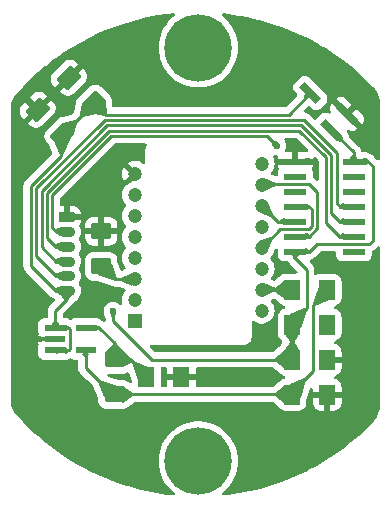
<source format=gbr>
G04 #@! TF.GenerationSoftware,KiCad,Pcbnew,7.0.5-0*
G04 #@! TF.CreationDate,2023-08-21T21:43:47+08:00*
G04 #@! TF.ProjectId,sensor,73656e73-6f72-42e6-9b69-6361645f7063,rev?*
G04 #@! TF.SameCoordinates,PX4d3f640PY69db9c0*
G04 #@! TF.FileFunction,Copper,L2,Bot*
G04 #@! TF.FilePolarity,Positive*
%FSLAX46Y46*%
G04 Gerber Fmt 4.6, Leading zero omitted, Abs format (unit mm)*
G04 Created by KiCad (PCBNEW 7.0.5-0) date 2023-08-21 21:43:47*
%MOMM*%
%LPD*%
G01*
G04 APERTURE LIST*
G04 Aperture macros list*
%AMRoundRect*
0 Rectangle with rounded corners*
0 $1 Rounding radius*
0 $2 $3 $4 $5 $6 $7 $8 $9 X,Y pos of 4 corners*
0 Add a 4 corners polygon primitive as box body*
4,1,4,$2,$3,$4,$5,$6,$7,$8,$9,$2,$3,0*
0 Add four circle primitives for the rounded corners*
1,1,$1+$1,$2,$3*
1,1,$1+$1,$4,$5*
1,1,$1+$1,$6,$7*
1,1,$1+$1,$8,$9*
0 Add four rect primitives between the rounded corners*
20,1,$1+$1,$2,$3,$4,$5,0*
20,1,$1+$1,$4,$5,$6,$7,0*
20,1,$1+$1,$6,$7,$8,$9,0*
20,1,$1+$1,$8,$9,$2,$3,0*%
%AMRotRect*
0 Rectangle, with rotation*
0 The origin of the aperture is its center*
0 $1 length*
0 $2 width*
0 $3 Rotation angle, in degrees counterclockwise*
0 Add horizontal line*
21,1,$1,$2,0,0,$3*%
G04 Aperture macros list end*
G04 #@! TA.AperFunction,ComponentPad*
%ADD10C,5.700000*%
G04 #@! TD*
G04 #@! TA.AperFunction,ComponentPad*
%ADD11R,1.200000X1.200000*%
G04 #@! TD*
G04 #@! TA.AperFunction,ComponentPad*
%ADD12C,1.200000*%
G04 #@! TD*
G04 #@! TA.AperFunction,SMDPad,CuDef*
%ADD13RoundRect,0.250001X-0.462499X-0.624999X0.462499X-0.624999X0.462499X0.624999X-0.462499X0.624999X0*%
G04 #@! TD*
G04 #@! TA.AperFunction,SMDPad,CuDef*
%ADD14R,1.970000X0.600000*%
G04 #@! TD*
G04 #@! TA.AperFunction,SMDPad,CuDef*
%ADD15RoundRect,0.250001X0.624999X-0.462499X0.624999X0.462499X-0.624999X0.462499X-0.624999X-0.462499X0*%
G04 #@! TD*
G04 #@! TA.AperFunction,SMDPad,CuDef*
%ADD16RotRect,2.000000X0.650000X135.000000*%
G04 #@! TD*
G04 #@! TA.AperFunction,SMDPad,CuDef*
%ADD17RoundRect,0.250001X0.768977X0.114905X0.114905X0.768977X-0.768977X-0.114905X-0.114905X-0.768977X0*%
G04 #@! TD*
G04 #@! TA.AperFunction,SMDPad,CuDef*
%ADD18R,1.800000X0.600000*%
G04 #@! TD*
G04 #@! TA.AperFunction,SMDPad,CuDef*
%ADD19RoundRect,0.250001X-0.624999X0.462499X-0.624999X-0.462499X0.624999X-0.462499X0.624999X0.462499X0*%
G04 #@! TD*
G04 #@! TA.AperFunction,ComponentPad*
%ADD20RoundRect,0.225000X-0.475000X0.225000X-0.475000X-0.225000X0.475000X-0.225000X0.475000X0.225000X0*%
G04 #@! TD*
G04 #@! TA.AperFunction,ComponentPad*
%ADD21O,1.400000X0.900000*%
G04 #@! TD*
G04 #@! TA.AperFunction,SMDPad,CuDef*
%ADD22RoundRect,0.250001X0.462499X0.624999X-0.462499X0.624999X-0.462499X-0.624999X0.462499X-0.624999X0*%
G04 #@! TD*
G04 #@! TA.AperFunction,ViaPad*
%ADD23C,0.600000*%
G04 #@! TD*
G04 #@! TA.AperFunction,Conductor*
%ADD24C,0.250000*%
G04 #@! TD*
G04 APERTURE END LIST*
D10*
X0Y-17500000D03*
X0Y17500000D03*
D11*
X-5350000Y-5660000D03*
D12*
X-5350000Y-3880000D03*
X-5350000Y-2100000D03*
X-5350000Y-320000D03*
X-5350000Y1460000D03*
X-5350000Y3240000D03*
X-5350000Y5020000D03*
X-5350000Y6800000D03*
X5350000Y7690000D03*
X5350000Y5910000D03*
X5350000Y4130000D03*
X5350000Y2350000D03*
X5350000Y570000D03*
X5350000Y-1210000D03*
X5350000Y-2990000D03*
X5350000Y-4770000D03*
D13*
X7936500Y-5966066D03*
X10911500Y-5966066D03*
D14*
X8222700Y228600D03*
X8222700Y1498600D03*
X8222700Y2768600D03*
X8222700Y4038600D03*
X8222700Y5308600D03*
X8222700Y6578600D03*
X8222700Y7848600D03*
X13172700Y7848600D03*
X13172700Y6578600D03*
X13172700Y5308600D03*
X13172700Y4038600D03*
X13172700Y2768600D03*
X13172700Y1498600D03*
X13172700Y228600D03*
D15*
X-8229000Y-1014000D03*
X-8229000Y1961000D03*
D16*
X12574904Y11910599D03*
X11231401Y10567096D03*
X9484847Y13657153D03*
D17*
X-8850358Y12840758D03*
X-10954000Y14944400D03*
D18*
X-12129500Y-8126000D03*
X-12129500Y-7176000D03*
X-12129500Y-6226000D03*
X-9529500Y-6226000D03*
X-9529500Y-8126000D03*
D17*
X-11504404Y10133379D03*
X-13608046Y12237021D03*
D19*
X-7086000Y-8888000D03*
X-7086000Y-11863000D03*
D13*
X7936500Y-11885200D03*
X10911500Y-11885200D03*
X-4407900Y-10375500D03*
X-1432900Y-10375500D03*
D20*
X-11150000Y3125000D03*
D21*
X-11150000Y1875000D03*
X-11150000Y625000D03*
X-11150000Y-625000D03*
X-11150000Y-1875000D03*
X-11150000Y-3125000D03*
D13*
X7936500Y-8925632D03*
X10911500Y-8925632D03*
D22*
X10911500Y-3006500D03*
X7936500Y-3006500D03*
D23*
X-177200Y-10361200D03*
X-12274800Y13598200D03*
X12624400Y11940000D03*
X9322400Y7876000D03*
X13172700Y228600D03*
X-12129500Y-8126000D03*
X-7213000Y-4824000D03*
X-9529500Y-8126000D03*
X10911500Y-6010750D03*
X6630000Y9196800D03*
D24*
X-4407900Y-10375500D02*
X-4407900Y-10245300D01*
X-4407900Y-10245300D02*
X-5765200Y-8888000D01*
X-5765200Y-8888000D02*
X-7086000Y-8888000D01*
X-10859500Y-6346000D02*
X-10859500Y-8006000D01*
X-14169200Y-992000D02*
X-12036200Y-3125000D01*
X-11150000Y-3125000D02*
X-11150000Y-3808000D01*
X-10859500Y-8006000D02*
X-10979500Y-8126000D01*
X-14169200Y5776784D02*
X-14169200Y-992000D01*
X-8850358Y12840758D02*
X-8850358Y12787425D01*
X-11150000Y-3808000D02*
X-12129500Y-4787500D01*
X-10979500Y-8126000D02*
X-12129500Y-8126000D01*
X-11504404Y10736398D02*
X-11614400Y10626402D01*
X-12129500Y-4787500D02*
X-12129500Y-6226000D01*
X-11607200Y8338784D02*
X-14169200Y5776784D01*
X-10979500Y-6226000D02*
X-10859500Y-6346000D01*
X-12036200Y-3125000D02*
X-11150000Y-3125000D01*
X7658894Y11831200D02*
X-7840800Y11831200D01*
X-8850358Y12787425D02*
X-11504404Y10133379D01*
X-11504404Y10133379D02*
X-11607200Y10030583D01*
X-10817000Y-3125000D02*
X-11150000Y-3125000D01*
X9484847Y13657153D02*
X7658894Y11831200D01*
X-11607200Y10030583D02*
X-11607200Y8338784D01*
X-11614400Y10023383D02*
X-11504404Y10133379D01*
X-11504404Y10133379D02*
X-11294621Y10133379D01*
X-7840800Y11831200D02*
X-8850358Y12840758D01*
X-12129500Y-6226000D02*
X-10979500Y-6226000D01*
X7936500Y-5803500D02*
X7936500Y-5966066D01*
X14758000Y1148900D02*
X14482700Y873600D01*
X14758000Y7495000D02*
X14758000Y1148900D01*
X9169400Y-1295400D02*
X9169400Y-4570600D01*
X-3934368Y-8925632D02*
X7936500Y-8925632D01*
X13172700Y7848600D02*
X14404400Y7848600D01*
X9396600Y228600D02*
X8222700Y228600D01*
X8222700Y-348700D02*
X9169400Y-1295400D01*
X14482700Y873600D02*
X10041600Y873600D01*
X-7213000Y-4824000D02*
X-7213000Y-5647000D01*
X8780700Y228600D02*
X8222700Y228600D01*
X8222700Y228600D02*
X8222700Y-348700D01*
X7936500Y-5966066D02*
X7936500Y-8925632D01*
X-7213000Y-5647000D02*
X-3934368Y-8925632D01*
X14404400Y7848600D02*
X14758000Y7495000D01*
X9169400Y-4570600D02*
X7936500Y-5803500D01*
X8222700Y228600D02*
X8907700Y228600D01*
X13172700Y7848600D02*
X13172700Y8625797D01*
X10041600Y873600D02*
X9396600Y228600D01*
X13172700Y8625797D02*
X11231401Y10567096D01*
X-5350000Y-2100000D02*
X-7016000Y-2100000D01*
X-7016000Y-2100000D02*
X-8229000Y-887000D01*
X8918792Y11381200D02*
X-7928388Y11381200D01*
X11710000Y8589992D02*
X8918792Y11381200D01*
X-13719200Y5590388D02*
X-13719200Y-172000D01*
X13172700Y4038600D02*
X11991400Y4038600D01*
X-12016200Y-1875000D02*
X-11150000Y-1875000D01*
X11991400Y4038600D02*
X11710000Y4320000D01*
X-13719200Y-172000D02*
X-12016200Y-1875000D01*
X11710000Y4320000D02*
X11710000Y8589992D01*
X-7928388Y11381200D02*
X-13719200Y5590388D01*
X-13269200Y597200D02*
X-12047000Y-625000D01*
X8732396Y10931200D02*
X-7741992Y10931200D01*
X-13269200Y5403992D02*
X-13269200Y597200D01*
X11991400Y2768600D02*
X11260000Y3500000D01*
X11260000Y3500000D02*
X11260000Y8403596D01*
X-12047000Y-625000D02*
X-11150000Y-625000D01*
X-7741992Y10931200D02*
X-13269200Y5403992D01*
X13172700Y2768600D02*
X11991400Y2768600D01*
X11260000Y8403596D02*
X8732396Y10931200D01*
X-7555596Y10481200D02*
X-12819200Y5217596D01*
X10810000Y8217200D02*
X8546000Y10481200D01*
X11991400Y1498600D02*
X10810000Y2680000D01*
X-12819200Y1417200D02*
X-12027000Y625000D01*
X-12027000Y625000D02*
X-11150000Y625000D01*
X13172700Y1498600D02*
X11991400Y1498600D01*
X-12819200Y5217596D02*
X-12819200Y1417200D01*
X8546000Y10481200D02*
X-7555596Y10481200D01*
X10810000Y2680000D02*
X10810000Y8217200D01*
X7914300Y-11863000D02*
X7936500Y-11885200D01*
X9728800Y-9904000D02*
X7936500Y-11696300D01*
X10911500Y-3006500D02*
X10911500Y-3146100D01*
X7936500Y-11696300D02*
X7936500Y-11885200D01*
X-9529500Y-9633800D02*
X-7300300Y-11863000D01*
X9728800Y-4328800D02*
X9728800Y-9904000D01*
X-9529500Y-8126000D02*
X-9529500Y-9633800D01*
X-7086000Y-11863000D02*
X7914300Y-11863000D01*
X10911500Y-3146100D02*
X9728800Y-4328800D01*
X-7086000Y-7516400D02*
X-7086000Y-8888000D01*
X-9529500Y-6226000D02*
X-8376400Y-6226000D01*
X-8376400Y-6226000D02*
X-7086000Y-7516400D01*
X10076600Y5265000D02*
X10076600Y2201204D01*
X9373996Y1498600D02*
X8222700Y1498600D01*
X5373600Y5933600D02*
X9408000Y5933600D01*
X9408000Y5933600D02*
X10076600Y5265000D01*
X5350000Y5910000D02*
X5373600Y5933600D01*
X10076600Y2201204D02*
X9373996Y1498600D01*
X6711400Y2768600D02*
X8222700Y2768600D01*
X5350000Y4130000D02*
X6711400Y2768600D01*
X-12007000Y1875000D02*
X-11150000Y1875000D01*
X-12369200Y2237200D02*
X-12007000Y1875000D01*
X5795600Y10031200D02*
X-7369200Y10031200D01*
X-12369200Y5031200D02*
X-12369200Y2237200D01*
X6630000Y9196800D02*
X5795600Y10031200D01*
X-7369200Y10031200D02*
X-12369200Y5031200D01*
X9398000Y4038600D02*
X8222700Y4038600D01*
X9626600Y3810000D02*
X9398000Y4038600D01*
X9626600Y2387600D02*
X9626600Y3810000D01*
X5350000Y570000D02*
X6923600Y2143600D01*
X6923600Y2143600D02*
X9382600Y2143600D01*
X9382600Y2143600D02*
X9626600Y2387600D01*
X5350000Y-2990000D02*
X7920000Y-2990000D01*
X8020200Y-3006500D02*
X7470700Y-2457000D01*
X7920000Y-2990000D02*
X7936500Y-3006500D01*
G04 #@! TA.AperFunction,Conductor*
G36*
X-2038641Y20396763D02*
G01*
X-1986782Y20348275D01*
X-1969370Y20279447D01*
X-1991934Y20212131D01*
X-2019028Y20183904D01*
X-2177428Y20063491D01*
X-2177455Y20063469D01*
X-2441838Y19813031D01*
X-2677607Y19535462D01*
X-2881983Y19234031D01*
X-2881985Y19234027D01*
X-3052570Y18912267D01*
X-3052574Y18912258D01*
X-3187368Y18573950D01*
X-3284800Y18223035D01*
X-3343716Y17863652D01*
X-3363433Y17500003D01*
X-3363433Y17499998D01*
X-3343716Y17136349D01*
X-3284800Y16776966D01*
X-3207783Y16499578D01*
X-3187368Y16426051D01*
X-3052569Y16087731D01*
X-2987503Y15965004D01*
X-2881985Y15765974D01*
X-2881983Y15765970D01*
X-2677607Y15464539D01*
X-2677608Y15464539D01*
X-2441838Y15186970D01*
X-2177455Y14936532D01*
X-2177440Y14936519D01*
X-1887515Y14716124D01*
X-1575460Y14528366D01*
X-1514993Y14500391D01*
X-1244947Y14375454D01*
X-1244935Y14375449D01*
X-899814Y14259164D01*
X-544143Y14180875D01*
X-182093Y14141500D01*
X-182085Y14141500D01*
X182085Y14141500D01*
X182093Y14141500D01*
X544143Y14180875D01*
X899814Y14259164D01*
X1244935Y14375449D01*
X1575460Y14528366D01*
X1887515Y14716124D01*
X2177440Y14936519D01*
X2441837Y15186969D01*
X2677606Y15464537D01*
X2881982Y15765969D01*
X3052569Y16087731D01*
X3187368Y16426051D01*
X3284798Y16776961D01*
X3343716Y17136349D01*
X3363433Y17500000D01*
X3343716Y17863651D01*
X3284798Y18223039D01*
X3187368Y18573949D01*
X3052569Y18912269D01*
X2881982Y19234031D01*
X2677606Y19535463D01*
X2615264Y19608857D01*
X2441837Y19813031D01*
X2177454Y20063469D01*
X2177439Y20063482D01*
X2135797Y20095137D01*
X2026974Y20177862D01*
X1984850Y20235009D01*
X1980309Y20305860D01*
X2014793Y20367919D01*
X2077355Y20401483D01*
X2116771Y20403438D01*
X2612878Y20349790D01*
X2615429Y20349459D01*
X3475799Y20219199D01*
X3478399Y20218748D01*
X4332400Y20052027D01*
X4334976Y20051466D01*
X5041033Y19882168D01*
X5181100Y19848583D01*
X5183687Y19847904D01*
X6020433Y19609218D01*
X6022949Y19608442D01*
X6741194Y19370092D01*
X6848776Y19334390D01*
X6851301Y19333492D01*
X7664744Y19024564D01*
X7667165Y19023585D01*
X8466749Y18680335D01*
X8469163Y18679237D01*
X9253370Y18302323D01*
X9255760Y18301111D01*
X9616702Y18108324D01*
X10023261Y17891172D01*
X10025567Y17889876D01*
X10400057Y17668888D01*
X10774920Y17447680D01*
X10777199Y17446269D01*
X11507076Y16972601D01*
X11509278Y16971105D01*
X11979714Y16636541D01*
X12218353Y16466826D01*
X12220503Y16465227D01*
X12907483Y15931255D01*
X12909546Y15929581D01*
X13573221Y15366858D01*
X13575211Y15365096D01*
X14116599Y14864964D01*
X14214327Y14774684D01*
X14216243Y14772838D01*
X14829503Y14155950D01*
X14832914Y14152231D01*
X14988361Y13968490D01*
X14993164Y13962015D01*
X15050403Y13873544D01*
X15122907Y13761478D01*
X15126838Y13754454D01*
X15229932Y13539004D01*
X15232940Y13531523D01*
X15307700Y13304693D01*
X15309729Y13296890D01*
X15354938Y13062371D01*
X15355955Y13054372D01*
X15370974Y12814388D01*
X15371097Y12810361D01*
X15371020Y12757373D01*
X15371100Y12756464D01*
X15371100Y8081995D01*
X15351098Y8013874D01*
X15297442Y7967381D01*
X15227168Y7957277D01*
X15162588Y7986771D01*
X15156005Y7992900D01*
X14911644Y8237261D01*
X14901680Y8249698D01*
X14901453Y8249510D01*
X14896400Y8255618D01*
X14846026Y8302922D01*
X14844636Y8304269D01*
X14834390Y8314515D01*
X14824176Y8324730D01*
X14824172Y8324734D01*
X14818625Y8329037D01*
X14814117Y8332888D01*
X14779725Y8365183D01*
X14779719Y8365187D01*
X14761963Y8374949D01*
X14745447Y8385798D01*
X14729441Y8398214D01*
X14698689Y8411522D01*
X14686140Y8416952D01*
X14680808Y8419564D01*
X14639461Y8442295D01*
X14624159Y8446224D01*
X14591383Y8459796D01*
X14556648Y8480327D01*
X14527924Y8506086D01*
X14527330Y8505491D01*
X14520963Y8511858D01*
X14520961Y8511861D01*
X14455735Y8560689D01*
X14403907Y8599488D01*
X14403902Y8599490D01*
X14266904Y8650589D01*
X14266896Y8650591D01*
X14206349Y8657100D01*
X14206338Y8657100D01*
X13918364Y8657100D01*
X13850243Y8677102D01*
X13803750Y8730758D01*
X13793358Y8767308D01*
X13792186Y8776576D01*
X13791174Y8784594D01*
X13773800Y8828474D01*
X13771884Y8834072D01*
X13758718Y8879391D01*
X13748400Y8896836D01*
X13739705Y8914588D01*
X13732253Y8933412D01*
X13732250Y8933418D01*
X13704518Y8971587D01*
X13701262Y8976544D01*
X13677242Y9017160D01*
X13677240Y9017162D01*
X13677240Y9017163D01*
X13662918Y9031485D01*
X13650077Y9046518D01*
X13638171Y9062905D01*
X13630729Y9069062D01*
X13601808Y9092987D01*
X13597436Y9096966D01*
X12750005Y9944397D01*
X12716526Y10004308D01*
X12667902Y10208531D01*
X12665292Y10218585D01*
X12663632Y10224488D01*
X12663631Y10224491D01*
X12662810Y10227410D01*
X12661473Y10233727D01*
X12661237Y10234533D01*
X12656271Y10245408D01*
X12654351Y10250105D01*
X12637981Y10295288D01*
X12624091Y10317257D01*
X12620036Y10324749D01*
X12600494Y10367542D01*
X12600490Y10367547D01*
X12599011Y10369943D01*
X12598429Y10372062D01*
X12597219Y10374713D01*
X12597648Y10374910D01*
X12580230Y10438411D01*
X12601447Y10506163D01*
X12655925Y10551689D01*
X12726368Y10560535D01*
X12767547Y10545175D01*
X12767562Y10545206D01*
X12768001Y10545006D01*
X12772431Y10543353D01*
X12774731Y10541932D01*
X12907609Y10481249D01*
X12907608Y10481249D01*
X13052200Y10460460D01*
X13196793Y10481249D01*
X13329670Y10541932D01*
X13377050Y10580113D01*
X13377057Y10580119D01*
X13461615Y10664679D01*
X12574904Y11551389D01*
X12574904Y11551390D01*
X12574903Y11551390D01*
X12215693Y11910600D01*
X12934114Y11910600D01*
X13820825Y11023889D01*
X13905384Y11108446D01*
X13905390Y11108453D01*
X13943571Y11155833D01*
X14004254Y11288710D01*
X14025043Y11433302D01*
X14004254Y11577895D01*
X13943571Y11710772D01*
X13905391Y11758151D01*
X13905374Y11758170D01*
X13343530Y12320014D01*
X13343528Y12320014D01*
X12934114Y11910601D01*
X12934114Y11910600D01*
X12215693Y11910600D01*
X11328983Y12797311D01*
X11328981Y12797311D01*
X11244433Y12712764D01*
X11244416Y12712745D01*
X11206236Y12665366D01*
X11145553Y12532489D01*
X11124764Y12387896D01*
X11145553Y12243304D01*
X11206238Y12110423D01*
X11207659Y12108123D01*
X11208216Y12106093D01*
X11209511Y12103257D01*
X11209051Y12103048D01*
X11226442Y12039656D01*
X11205227Y11971904D01*
X11150750Y11926376D01*
X11080307Y11917529D01*
X11039021Y11932925D01*
X11039017Y11932914D01*
X11038864Y11932984D01*
X11034254Y11934703D01*
X11031854Y11936186D01*
X10898838Y11996932D01*
X10754104Y12017741D01*
X10609369Y11996932D01*
X10476360Y11936189D01*
X10428935Y11897972D01*
X10428926Y11897964D01*
X9952524Y11421562D01*
X9890212Y11387537D01*
X9819396Y11392602D01*
X9774334Y11421563D01*
X9426036Y11769861D01*
X9416071Y11782299D01*
X9415844Y11782110D01*
X9410793Y11788216D01*
X9410792Y11788218D01*
X9360418Y11835522D01*
X9359029Y11836868D01*
X9344248Y11851649D01*
X9338568Y11857330D01*
X9338564Y11857334D01*
X9333017Y11861637D01*
X9328509Y11865488D01*
X9294117Y11897783D01*
X9294111Y11897787D01*
X9276355Y11907549D01*
X9259839Y11918398D01*
X9243833Y11930814D01*
X9213081Y11944122D01*
X9200532Y11949552D01*
X9195200Y11952164D01*
X9153853Y11974895D01*
X9134228Y11979934D01*
X9115528Y11986336D01*
X9096937Y11994381D01*
X9096935Y11994382D01*
X9096934Y11994382D01*
X9050334Y12001763D01*
X9044522Y12002967D01*
X9005486Y12012989D01*
X8944479Y12049303D01*
X8912789Y12112835D01*
X8920478Y12183414D01*
X8947721Y12224125D01*
X9254331Y12530735D01*
X9316642Y12564758D01*
X9387457Y12559694D01*
X9432518Y12530735D01*
X9636973Y12326280D01*
X9636977Y12326277D01*
X9636980Y12326274D01*
X9684397Y12288063D01*
X9684401Y12288060D01*
X9817410Y12227317D01*
X9962144Y12206508D01*
X10106878Y12227317D01*
X10239887Y12288060D01*
X10287316Y12326280D01*
X10815720Y12854684D01*
X10853940Y12902113D01*
X10914683Y13035122D01*
X10932137Y13156520D01*
X11688192Y13156520D01*
X12574903Y12269809D01*
X12574905Y12269809D01*
X12984319Y12679223D01*
X12984319Y12679225D01*
X12422474Y13241070D01*
X12422455Y13241087D01*
X12375076Y13279267D01*
X12242198Y13339950D01*
X12242199Y13339950D01*
X12097607Y13360739D01*
X11953014Y13339950D01*
X11820137Y13279267D01*
X11772758Y13241087D01*
X11772739Y13241070D01*
X11688192Y13156523D01*
X11688192Y13156520D01*
X10932137Y13156520D01*
X10935492Y13179856D01*
X10914683Y13324590D01*
X10853940Y13457599D01*
X10815720Y13505027D01*
X10815715Y13505032D01*
X10815704Y13505044D01*
X9332737Y14988011D01*
X9332713Y14988033D01*
X9285296Y15026244D01*
X9285294Y15026245D01*
X9285293Y15026246D01*
X9152284Y15086989D01*
X9007550Y15107798D01*
X9007549Y15107798D01*
X8862815Y15086989D01*
X8729806Y15026246D01*
X8682381Y14988029D01*
X8682362Y14988012D01*
X8153988Y14459638D01*
X8153971Y14459619D01*
X8115754Y14412194D01*
X8055011Y14279185D01*
X8035216Y14141500D01*
X8034202Y14134450D01*
X8055011Y13989716D01*
X8115754Y13856707D01*
X8115755Y13856706D01*
X8115756Y13856704D01*
X8153967Y13809287D01*
X8153989Y13809263D01*
X8358425Y13604827D01*
X8392451Y13542515D01*
X8387386Y13471700D01*
X8358425Y13426637D01*
X7433392Y12501604D01*
X7371082Y12467580D01*
X7344299Y12464700D01*
X-7183453Y12464700D01*
X-7251574Y12484702D01*
X-7298067Y12538358D01*
X-7308723Y12577158D01*
X-7326633Y12742843D01*
X-7332348Y12795712D01*
X-7329682Y12838309D01*
X-7322879Y12867007D01*
X-7322879Y13044319D01*
X-7363770Y13216852D01*
X-7443348Y13375304D01*
X-7443353Y13375310D01*
X-7443355Y13375314D01*
X-7509303Y13456268D01*
X-8234849Y14181814D01*
X-8315803Y14247762D01*
X-8315809Y14247765D01*
X-8315812Y14247768D01*
X-8474264Y14327346D01*
X-8646797Y14368237D01*
X-8824109Y14368237D01*
X-8939131Y14340977D01*
X-8996643Y14327346D01*
X-9076221Y14287380D01*
X-9155094Y14247768D01*
X-9155096Y14247767D01*
X-9155095Y14247767D01*
X-9155103Y14247762D01*
X-9236060Y14181813D01*
X-10191413Y13226460D01*
X-10257362Y13145503D01*
X-10257367Y13145495D01*
X-10336946Y12987043D01*
X-10377838Y12814508D01*
X-10377837Y12809921D01*
X-10379717Y12788234D01*
X-10507146Y12058927D01*
X-10538575Y11995266D01*
X-10542171Y11991518D01*
X-10689385Y11844305D01*
X-10751697Y11810280D01*
X-10752836Y11810038D01*
X-11457797Y11663495D01*
X-11470916Y11662146D01*
X-11470865Y11661710D01*
X-11478152Y11660859D01*
X-11532050Y11648086D01*
X-11533753Y11647707D01*
X-11580541Y11637981D01*
X-11580560Y11637976D01*
X-11588549Y11635104D01*
X-11595329Y11633089D01*
X-11650688Y11619967D01*
X-11650694Y11619965D01*
X-11697770Y11596322D01*
X-11704734Y11593335D01*
X-11715563Y11589442D01*
X-11715564Y11589442D01*
X-11721304Y11586415D01*
X-11740177Y11575201D01*
X-11744083Y11573063D01*
X-11809139Y11540391D01*
X-11809144Y11540387D01*
X-11890106Y11474434D01*
X-12845459Y10519081D01*
X-12911408Y10438124D01*
X-12911413Y10438116D01*
X-12990992Y10279664D01*
X-13003376Y10227410D01*
X-13031883Y10107130D01*
X-13031883Y9929818D01*
X-12990992Y9757285D01*
X-12911414Y9598833D01*
X-12911411Y9598830D01*
X-12911408Y9598824D01*
X-12871484Y9549816D01*
X-12845463Y9517874D01*
X-12705065Y9377476D01*
X-12677884Y9336915D01*
X-12527475Y8976551D01*
X-12397713Y8665653D01*
X-12365017Y8587318D01*
X-12357237Y8516749D01*
X-12388845Y8453177D01*
X-12392200Y8449691D01*
X-14557864Y6284027D01*
X-14570299Y6274063D01*
X-14570111Y6273836D01*
X-14576221Y6268782D01*
X-14623506Y6218429D01*
X-14624881Y6217010D01*
X-14645337Y6196553D01*
X-14649640Y6191007D01*
X-14653486Y6186505D01*
X-14685783Y6152110D01*
X-14685789Y6152101D01*
X-14695549Y6134349D01*
X-14706397Y6117834D01*
X-14718814Y6101826D01*
X-14737555Y6058520D01*
X-14740166Y6053190D01*
X-14762895Y6011845D01*
X-14762897Y6011840D01*
X-14767933Y5992225D01*
X-14774336Y5973522D01*
X-14782381Y5954932D01*
X-14789763Y5908328D01*
X-14790967Y5902516D01*
X-14802700Y5856816D01*
X-14802700Y5836561D01*
X-14804251Y5816851D01*
X-14807420Y5796842D01*
X-14807421Y5796838D01*
X-14802981Y5749865D01*
X-14802701Y5743934D01*
X-14802700Y-908146D01*
X-14804449Y-923988D01*
X-14804156Y-924016D01*
X-14804902Y-931908D01*
X-14802731Y-1000974D01*
X-14802700Y-1002953D01*
X-14802700Y-1031851D01*
X-14802699Y-1031872D01*
X-14801822Y-1038820D01*
X-14801356Y-1044732D01*
X-14799874Y-1091888D01*
X-14799873Y-1091893D01*
X-14794223Y-1111339D01*
X-14790214Y-1130697D01*
X-14787675Y-1150793D01*
X-14787674Y-1150799D01*
X-14770307Y-1194662D01*
X-14768384Y-1200279D01*
X-14755218Y-1245593D01*
X-14744906Y-1263031D01*
X-14736212Y-1280779D01*
X-14728756Y-1299609D01*
X-14728750Y-1299620D01*
X-14701023Y-1337783D01*
X-14697763Y-1342746D01*
X-14673740Y-1383365D01*
X-14659421Y-1397684D01*
X-14646583Y-1412714D01*
X-14645242Y-1414559D01*
X-14634672Y-1429107D01*
X-14608568Y-1450702D01*
X-14598314Y-1459185D01*
X-14593933Y-1463171D01*
X-13559347Y-2497757D01*
X-12543447Y-3513657D01*
X-12533480Y-3526097D01*
X-12533253Y-3525910D01*
X-12528201Y-3532017D01*
X-12477812Y-3579335D01*
X-12476423Y-3580681D01*
X-12455969Y-3601135D01*
X-12450430Y-3605431D01*
X-12445918Y-3609285D01*
X-12411522Y-3641585D01*
X-12411518Y-3641588D01*
X-12393770Y-3651345D01*
X-12377243Y-3662201D01*
X-12361240Y-3674614D01*
X-12317941Y-3693351D01*
X-12312615Y-3695960D01*
X-12271260Y-3718695D01*
X-12251634Y-3723734D01*
X-12232947Y-3730131D01*
X-12218208Y-3736509D01*
X-12163634Y-3781913D01*
X-12142269Y-3849619D01*
X-12160901Y-3918128D01*
X-12179149Y-3941242D01*
X-12518164Y-4280257D01*
X-12530599Y-4290221D01*
X-12530411Y-4290448D01*
X-12536521Y-4295502D01*
X-12583806Y-4345855D01*
X-12585181Y-4347274D01*
X-12605637Y-4367731D01*
X-12609940Y-4373277D01*
X-12613786Y-4377779D01*
X-12646083Y-4412174D01*
X-12646089Y-4412183D01*
X-12655849Y-4429935D01*
X-12666697Y-4446450D01*
X-12679114Y-4462458D01*
X-12697855Y-4505764D01*
X-12700466Y-4511094D01*
X-12723195Y-4552439D01*
X-12723197Y-4552444D01*
X-12728233Y-4572059D01*
X-12734636Y-4590762D01*
X-12742681Y-4609352D01*
X-12750063Y-4655956D01*
X-12751267Y-4661768D01*
X-12763000Y-4707468D01*
X-12763000Y-4727723D01*
X-12764551Y-4747433D01*
X-12767720Y-4767442D01*
X-12767720Y-4767443D01*
X-12763280Y-4814417D01*
X-12763000Y-4820350D01*
X-12763000Y-5291500D01*
X-12783002Y-5359621D01*
X-12836658Y-5406114D01*
X-12889000Y-5417500D01*
X-13078150Y-5417500D01*
X-13138697Y-5424009D01*
X-13138705Y-5424011D01*
X-13275703Y-5475110D01*
X-13275708Y-5475112D01*
X-13392762Y-5562738D01*
X-13480388Y-5679792D01*
X-13480390Y-5679797D01*
X-13531489Y-5816795D01*
X-13531491Y-5816803D01*
X-13538000Y-5877350D01*
X-13538000Y-6574649D01*
X-13531491Y-6635195D01*
X-13531490Y-6635198D01*
X-13523103Y-6657685D01*
X-13518040Y-6728501D01*
X-13523102Y-6745741D01*
X-13530995Y-6766906D01*
X-13530997Y-6766911D01*
X-13537500Y-6827399D01*
X-13537500Y-6922000D01*
X-13390964Y-6922000D01*
X-13322843Y-6942002D01*
X-13315463Y-6947126D01*
X-13286550Y-6968770D01*
X-13275704Y-6976889D01*
X-13138705Y-7027988D01*
X-13138697Y-7027990D01*
X-13078150Y-7034499D01*
X-13078145Y-7034499D01*
X-13078138Y-7034500D01*
X-12001500Y-7034500D01*
X-11933379Y-7054502D01*
X-11886886Y-7108158D01*
X-11875500Y-7160500D01*
X-11875500Y-7191500D01*
X-11895502Y-7259621D01*
X-11949158Y-7306114D01*
X-12001500Y-7317500D01*
X-12080551Y-7317500D01*
X-12087608Y-7317104D01*
X-12129500Y-7312384D01*
X-12171393Y-7317104D01*
X-12178449Y-7317500D01*
X-13078150Y-7317500D01*
X-13138697Y-7324009D01*
X-13138705Y-7324011D01*
X-13275703Y-7375110D01*
X-13275704Y-7375110D01*
X-13295408Y-7389861D01*
X-13315456Y-7404868D01*
X-13381975Y-7429679D01*
X-13390964Y-7430000D01*
X-13537500Y-7430000D01*
X-13537500Y-7524597D01*
X-13530995Y-7585095D01*
X-13523103Y-7606255D01*
X-13518040Y-7677071D01*
X-13523102Y-7694311D01*
X-13531490Y-7716803D01*
X-13538000Y-7777350D01*
X-13538000Y-8474649D01*
X-13531491Y-8535196D01*
X-13531489Y-8535204D01*
X-13480390Y-8672202D01*
X-13480388Y-8672207D01*
X-13392762Y-8789261D01*
X-13275708Y-8876887D01*
X-13275706Y-8876888D01*
X-13275704Y-8876889D01*
X-13216625Y-8898924D01*
X-13138705Y-8927988D01*
X-13138697Y-8927990D01*
X-13078150Y-8934499D01*
X-13078145Y-8934499D01*
X-13078138Y-8934500D01*
X-12178449Y-8934500D01*
X-12171393Y-8934895D01*
X-12129500Y-8939616D01*
X-12087608Y-8934895D01*
X-12080551Y-8934500D01*
X-11180868Y-8934500D01*
X-11180862Y-8934500D01*
X-11180855Y-8934499D01*
X-11180851Y-8934499D01*
X-11120304Y-8927990D01*
X-11120301Y-8927989D01*
X-11120299Y-8927989D01*
X-10983296Y-8876889D01*
X-10905009Y-8818283D01*
X-10838490Y-8793472D01*
X-10769116Y-8808563D01*
X-10753997Y-8818279D01*
X-10716514Y-8846339D01*
X-10675709Y-8876886D01*
X-10675707Y-8876887D01*
X-10675704Y-8876889D01*
X-10616625Y-8898924D01*
X-10538705Y-8927988D01*
X-10538697Y-8927990D01*
X-10478150Y-8934499D01*
X-10478145Y-8934499D01*
X-10478138Y-8934500D01*
X-10289000Y-8934500D01*
X-10220879Y-8954502D01*
X-10174386Y-9008158D01*
X-10163000Y-9060500D01*
X-10163000Y-9549946D01*
X-10164749Y-9565788D01*
X-10164456Y-9565816D01*
X-10165202Y-9573708D01*
X-10163031Y-9642774D01*
X-10163000Y-9644753D01*
X-10163000Y-9673651D01*
X-10162999Y-9673672D01*
X-10162122Y-9680620D01*
X-10161656Y-9686532D01*
X-10160174Y-9733688D01*
X-10160173Y-9733693D01*
X-10154523Y-9753139D01*
X-10150514Y-9772497D01*
X-10147975Y-9792593D01*
X-10147974Y-9792599D01*
X-10130607Y-9836462D01*
X-10128684Y-9842079D01*
X-10115518Y-9887393D01*
X-10105206Y-9904831D01*
X-10096512Y-9922579D01*
X-10089056Y-9941409D01*
X-10089050Y-9941420D01*
X-10061323Y-9979583D01*
X-10058063Y-9984546D01*
X-10034040Y-10025165D01*
X-10019721Y-10039484D01*
X-10006883Y-10054514D01*
X-9997549Y-10067360D01*
X-9994972Y-10070907D01*
X-9966706Y-10094291D01*
X-9958614Y-10100985D01*
X-9954233Y-10104971D01*
X-9429704Y-10629500D01*
X-8953792Y-11105412D01*
X-8927661Y-11143527D01*
X-8480274Y-12154720D01*
X-8469500Y-12205700D01*
X-8469500Y-12376052D01*
X-8469501Y-12376052D01*
X-8458888Y-12479921D01*
X-8458888Y-12479923D01*
X-8458887Y-12479925D01*
X-8403115Y-12648238D01*
X-8393007Y-12664625D01*
X-8310030Y-12799151D01*
X-8310025Y-12799157D01*
X-8184658Y-12924524D01*
X-8184652Y-12924529D01*
X-8184651Y-12924530D01*
X-8033738Y-13017615D01*
X-7865425Y-13073387D01*
X-7837094Y-13076281D01*
X-7761552Y-13084000D01*
X-7761544Y-13084000D01*
X-6410448Y-13084000D01*
X-6327352Y-13075509D01*
X-6306575Y-13073387D01*
X-6232552Y-13048857D01*
X-6227844Y-13047501D01*
X-6208313Y-13042696D01*
X-6197990Y-13037865D01*
X-6191101Y-13035123D01*
X-6138262Y-13017615D01*
X-6089657Y-12987634D01*
X-6083303Y-12984202D01*
X-6075931Y-12980754D01*
X-6035962Y-12954541D01*
X-6034536Y-12953634D01*
X-5987349Y-12924530D01*
X-5987343Y-12924524D01*
X-5981590Y-12919976D01*
X-5981316Y-12920322D01*
X-5971092Y-12911999D01*
X-5368986Y-12517135D01*
X-5301053Y-12496505D01*
X-5299888Y-12496500D01*
X6276118Y-12496500D01*
X6344239Y-12516502D01*
X6356184Y-12525210D01*
X6819081Y-12906155D01*
X6846254Y-12937295D01*
X6873060Y-12980754D01*
X6874970Y-12983851D01*
X6874975Y-12983857D01*
X7000342Y-13109224D01*
X7000348Y-13109229D01*
X7000349Y-13109230D01*
X7151262Y-13202315D01*
X7319575Y-13258087D01*
X7347906Y-13260981D01*
X7423448Y-13268700D01*
X7423456Y-13268700D01*
X8449552Y-13268700D01*
X8518798Y-13261624D01*
X8553425Y-13258087D01*
X8721738Y-13202315D01*
X8872651Y-13109230D01*
X8998030Y-12983851D01*
X9091115Y-12832938D01*
X9146887Y-12664625D01*
X9152036Y-12614227D01*
X9157500Y-12560752D01*
X9157500Y-12268313D01*
X9164114Y-12228028D01*
X9194088Y-12139200D01*
X9691001Y-12139200D01*
X9691001Y-12560707D01*
X9701605Y-12664518D01*
X9757342Y-12832725D01*
X9850366Y-12983539D01*
X9850371Y-12983545D01*
X9975654Y-13108828D01*
X9975660Y-13108833D01*
X10126474Y-13201857D01*
X10294678Y-13257593D01*
X10294682Y-13257594D01*
X10398484Y-13268199D01*
X10657500Y-13268199D01*
X10657500Y-12139200D01*
X11165500Y-12139200D01*
X11165500Y-13268199D01*
X11424507Y-13268199D01*
X11528318Y-13257594D01*
X11696525Y-13201857D01*
X11847339Y-13108833D01*
X11847345Y-13108828D01*
X11972628Y-12983545D01*
X11972633Y-12983539D01*
X12065657Y-12832725D01*
X12121393Y-12664521D01*
X12121394Y-12664518D01*
X12131999Y-12560715D01*
X12132000Y-12560715D01*
X12132000Y-12139200D01*
X11165500Y-12139200D01*
X10657500Y-12139200D01*
X9691001Y-12139200D01*
X9194088Y-12139200D01*
X9365507Y-11631200D01*
X9445614Y-11393800D01*
X9486346Y-11335651D01*
X9552050Y-11308753D01*
X9621866Y-11321648D01*
X9673627Y-11370241D01*
X9691000Y-11434086D01*
X9691000Y-11631200D01*
X12131999Y-11631200D01*
X12131999Y-11209692D01*
X12121394Y-11105881D01*
X12065657Y-10937674D01*
X11972633Y-10786860D01*
X11972628Y-10786854D01*
X11847345Y-10661571D01*
X11847339Y-10661566D01*
X11696521Y-10568540D01*
X11565183Y-10525019D01*
X11506811Y-10484605D01*
X11479556Y-10419049D01*
X11492069Y-10349164D01*
X11540379Y-10297138D01*
X11565184Y-10285810D01*
X11696524Y-10242289D01*
X11847339Y-10149265D01*
X11847345Y-10149260D01*
X11972628Y-10023977D01*
X11972633Y-10023971D01*
X12065657Y-9873157D01*
X12121393Y-9704953D01*
X12121394Y-9704950D01*
X12131999Y-9601147D01*
X12132000Y-9601147D01*
X12132000Y-9179632D01*
X10783500Y-9179632D01*
X10715379Y-9159630D01*
X10668886Y-9105974D01*
X10657500Y-9053632D01*
X10657500Y-8797632D01*
X10677502Y-8729511D01*
X10731158Y-8683018D01*
X10783500Y-8671632D01*
X12131999Y-8671632D01*
X12131999Y-8250124D01*
X12121394Y-8146313D01*
X12065657Y-7978106D01*
X11972633Y-7827292D01*
X11972628Y-7827286D01*
X11847345Y-7702003D01*
X11847339Y-7701998D01*
X11696525Y-7608974D01*
X11565981Y-7565717D01*
X11507610Y-7525303D01*
X11480354Y-7459746D01*
X11492867Y-7389861D01*
X11541177Y-7337835D01*
X11565972Y-7326511D01*
X11696738Y-7283181D01*
X11847651Y-7190096D01*
X11973030Y-7064717D01*
X12066115Y-6913804D01*
X12121887Y-6745491D01*
X12125424Y-6710863D01*
X12132500Y-6641618D01*
X12132500Y-5290513D01*
X12121887Y-5186644D01*
X12121887Y-5186641D01*
X12066115Y-5018328D01*
X11973030Y-4867415D01*
X11973029Y-4867414D01*
X11973024Y-4867408D01*
X11847657Y-4742041D01*
X11847651Y-4742036D01*
X11791608Y-4707468D01*
X11696738Y-4648951D01*
X11566773Y-4605885D01*
X11508404Y-4565474D01*
X11481148Y-4499918D01*
X11493661Y-4430033D01*
X11541970Y-4378007D01*
X11566767Y-4366681D01*
X11696738Y-4323615D01*
X11847651Y-4230530D01*
X11973030Y-4105151D01*
X12066115Y-3954238D01*
X12121887Y-3785925D01*
X12128756Y-3718693D01*
X12132500Y-3682052D01*
X12132500Y-2330947D01*
X12124540Y-2253045D01*
X12121887Y-2227075D01*
X12066115Y-2058762D01*
X11973030Y-1907849D01*
X11973027Y-1907846D01*
X11973024Y-1907842D01*
X11847657Y-1782475D01*
X11847651Y-1782470D01*
X11735495Y-1713291D01*
X11696738Y-1689385D01*
X11528425Y-1633613D01*
X11528423Y-1633612D01*
X11528421Y-1633612D01*
X11424552Y-1623000D01*
X11424544Y-1623000D01*
X10398456Y-1623000D01*
X10398448Y-1623000D01*
X10294578Y-1633612D01*
X10126262Y-1689385D01*
X10126260Y-1689386D01*
X9995047Y-1770320D01*
X9926568Y-1789057D01*
X9858829Y-1767798D01*
X9813337Y-1713291D01*
X9802900Y-1663079D01*
X9802900Y-1379253D01*
X9804649Y-1363411D01*
X9804356Y-1363384D01*
X9805102Y-1355491D01*
X9802931Y-1286411D01*
X9802900Y-1284432D01*
X9802900Y-1255550D01*
X9802900Y-1255544D01*
X9802020Y-1248582D01*
X9801556Y-1242693D01*
X9800074Y-1195511D01*
X9794417Y-1176042D01*
X9790412Y-1156698D01*
X9787874Y-1136603D01*
X9770500Y-1092722D01*
X9768581Y-1087116D01*
X9755418Y-1041807D01*
X9745106Y-1024370D01*
X9736410Y-1006621D01*
X9728952Y-987783D01*
X9701212Y-949603D01*
X9697964Y-944658D01*
X9673942Y-904038D01*
X9659614Y-889710D01*
X9646784Y-874689D01*
X9634872Y-858293D01*
X9634869Y-858291D01*
X9634869Y-858290D01*
X9598507Y-828208D01*
X9594126Y-824222D01*
X9464245Y-694341D01*
X9430219Y-632029D01*
X9435284Y-561214D01*
X9477831Y-504378D01*
X9537104Y-460006D01*
X9570961Y-434661D01*
X9598445Y-397945D01*
X9643779Y-362155D01*
X9643366Y-361456D01*
X9648551Y-358388D01*
X9649285Y-357810D01*
X9650183Y-357420D01*
X9650193Y-357418D01*
X9667629Y-347105D01*
X9685380Y-338409D01*
X9704217Y-330952D01*
X9742386Y-303218D01*
X9747344Y-299962D01*
X9787962Y-275942D01*
X9802285Y-261618D01*
X9817324Y-248774D01*
X9833707Y-236872D01*
X9863788Y-200508D01*
X9867767Y-196135D01*
X10267100Y203196D01*
X10329413Y237221D01*
X10356196Y240100D01*
X11553200Y240100D01*
X11621321Y220098D01*
X11667814Y166442D01*
X11679200Y114100D01*
X11679200Y-120049D01*
X11685709Y-180596D01*
X11685711Y-180604D01*
X11736810Y-317602D01*
X11736812Y-317607D01*
X11824438Y-434661D01*
X11941492Y-522287D01*
X11941494Y-522288D01*
X11941496Y-522289D01*
X12000575Y-544324D01*
X12078495Y-573388D01*
X12078503Y-573390D01*
X12139050Y-579899D01*
X12139055Y-579899D01*
X12139062Y-579900D01*
X13123751Y-579900D01*
X13130807Y-580295D01*
X13172700Y-585016D01*
X13214592Y-580295D01*
X13221649Y-579900D01*
X14206332Y-579900D01*
X14206338Y-579900D01*
X14206345Y-579899D01*
X14206349Y-579899D01*
X14266896Y-573390D01*
X14266899Y-573389D01*
X14266901Y-573389D01*
X14403904Y-522289D01*
X14432402Y-500956D01*
X14520961Y-434661D01*
X14608587Y-317607D01*
X14608587Y-317606D01*
X14608589Y-317604D01*
X14659689Y-180601D01*
X14659755Y-179993D01*
X14666199Y-120049D01*
X14666200Y-120032D01*
X14666200Y174483D01*
X14686202Y242604D01*
X14730816Y281263D01*
X14729467Y283544D01*
X14753726Y297892D01*
X14771480Y306591D01*
X14790317Y314048D01*
X14828486Y341782D01*
X14833444Y345038D01*
X14874062Y369058D01*
X14888385Y383382D01*
X14903424Y396226D01*
X14919807Y408128D01*
X14949897Y444503D01*
X14953865Y448863D01*
X15146663Y641660D01*
X15159092Y651615D01*
X15158904Y651842D01*
X15164782Y656705D01*
X15166216Y657321D01*
X15168259Y658957D01*
X15171727Y661157D01*
X15172459Y660002D01*
X15230019Y684717D01*
X15300044Y673013D01*
X15352625Y625308D01*
X15371100Y559623D01*
X15371100Y-12756519D01*
X15371020Y-12757433D01*
X15371097Y-12809954D01*
X15370974Y-12813981D01*
X15355930Y-13054377D01*
X15354913Y-13062374D01*
X15328314Y-13200371D01*
X15315240Y-13268199D01*
X15309710Y-13296887D01*
X15307681Y-13304690D01*
X15232922Y-13531536D01*
X15229915Y-13539016D01*
X15126830Y-13754466D01*
X15122896Y-13761495D01*
X14993169Y-13962032D01*
X14988366Y-13968507D01*
X14833188Y-14151949D01*
X14829767Y-14155679D01*
X14216255Y-14772821D01*
X14214326Y-14774681D01*
X13575210Y-15365092D01*
X13573203Y-15366869D01*
X12909562Y-15929563D01*
X12907481Y-15931252D01*
X12220501Y-16465224D01*
X12218351Y-16466823D01*
X11509291Y-16971092D01*
X11507074Y-16972598D01*
X10777197Y-17446265D01*
X10774918Y-17447676D01*
X10025575Y-17889867D01*
X10023239Y-17891180D01*
X9255769Y-18301103D01*
X9253379Y-18302315D01*
X8469162Y-18679234D01*
X8466722Y-18680344D01*
X7667188Y-19023571D01*
X7664703Y-19024576D01*
X6851300Y-19333489D01*
X6848775Y-19334387D01*
X6022981Y-19608427D01*
X6020420Y-19609217D01*
X5183682Y-19847902D01*
X5181089Y-19848582D01*
X4334980Y-20051461D01*
X4332361Y-20052031D01*
X3478412Y-20218741D01*
X3475772Y-20219199D01*
X2965844Y-20296402D01*
X2615475Y-20349448D01*
X2612830Y-20349792D01*
X2116779Y-20403434D01*
X2046903Y-20390871D01*
X1994911Y-20342525D01*
X1977311Y-20273745D01*
X1999689Y-20206368D01*
X2026978Y-20177859D01*
X2177440Y-20063481D01*
X2190130Y-20051461D01*
X2232258Y-20011554D01*
X2441837Y-19813031D01*
X2677606Y-19535463D01*
X2881982Y-19234031D01*
X3052569Y-18912269D01*
X3187368Y-18573949D01*
X3284798Y-18223039D01*
X3343716Y-17863651D01*
X3363433Y-17500000D01*
X3343716Y-17136349D01*
X3284798Y-16776961D01*
X3187368Y-16426051D01*
X3052569Y-16087731D01*
X2881982Y-15765969D01*
X2677606Y-15464537D01*
X2626274Y-15404105D01*
X2441837Y-15186969D01*
X2177454Y-14936531D01*
X2177439Y-14936518D01*
X2013421Y-14811835D01*
X1887515Y-14716124D01*
X1575460Y-14528366D01*
X1575454Y-14528363D01*
X1244946Y-14375453D01*
X1244934Y-14375448D01*
X899823Y-14259167D01*
X899822Y-14259166D01*
X899814Y-14259164D01*
X899809Y-14259162D01*
X899806Y-14259162D01*
X544159Y-14180878D01*
X544146Y-14180875D01*
X544143Y-14180875D01*
X544140Y-14180874D01*
X544131Y-14180873D01*
X182100Y-14141500D01*
X182093Y-14141500D01*
X-182093Y-14141500D01*
X-182101Y-14141500D01*
X-544132Y-14180873D01*
X-544160Y-14180878D01*
X-899807Y-14259162D01*
X-899824Y-14259167D01*
X-1244935Y-14375448D01*
X-1244947Y-14375453D01*
X-1575455Y-14528363D01*
X-1575462Y-14528367D01*
X-1887513Y-14716122D01*
X-2177440Y-14936518D01*
X-2177455Y-14936531D01*
X-2441838Y-15186969D01*
X-2677607Y-15464538D01*
X-2881983Y-15765969D01*
X-2881985Y-15765973D01*
X-3052570Y-16087733D01*
X-3052574Y-16087742D01*
X-3187368Y-16426050D01*
X-3284800Y-16776965D01*
X-3343716Y-17136348D01*
X-3363433Y-17499997D01*
X-3363433Y-17500002D01*
X-3343716Y-17863651D01*
X-3284800Y-18223034D01*
X-3256075Y-18326490D01*
X-3187368Y-18573949D01*
X-3052569Y-18912269D01*
X-2982413Y-19044598D01*
X-2881985Y-19234026D01*
X-2881983Y-19234030D01*
X-2677607Y-19535461D01*
X-2677608Y-19535461D01*
X-2441838Y-19813030D01*
X-2177455Y-20063468D01*
X-2177440Y-20063481D01*
X-2019032Y-20183899D01*
X-1976907Y-20241047D01*
X-1972366Y-20311898D01*
X-2006850Y-20373957D01*
X-2069412Y-20407521D01*
X-2108488Y-20409512D01*
X-2607313Y-20356954D01*
X-2609972Y-20356617D01*
X-3470643Y-20228727D01*
X-3473285Y-20228276D01*
X-4327693Y-20063907D01*
X-4330313Y-20063345D01*
X-5176974Y-19862788D01*
X-5179568Y-19862115D01*
X-5909154Y-19656159D01*
X-6016940Y-19625732D01*
X-6019489Y-19624953D01*
X-6846060Y-19353169D01*
X-6848587Y-19352278D01*
X-7662839Y-19045595D01*
X-7665299Y-19044609D01*
X-8465801Y-18703564D01*
X-8468232Y-18702466D01*
X-9253489Y-18327696D01*
X-9255883Y-18326490D01*
X-9302536Y-18301736D01*
X-9667055Y-18108321D01*
X-10024465Y-17918678D01*
X-10026805Y-17917372D01*
X-10777366Y-17477235D01*
X-10779626Y-17475845D01*
X-11510810Y-17004175D01*
X-11513026Y-17002678D01*
X-12223487Y-16500341D01*
X-12225627Y-16498759D01*
X-12914055Y-15966685D01*
X-12916140Y-15965001D01*
X-13581352Y-15404105D01*
X-13583364Y-15402334D01*
X-13817782Y-15186969D01*
X-14224098Y-14813677D01*
X-14226018Y-14811835D01*
X-14632568Y-14405120D01*
X-14841162Y-14196441D01*
X-14843001Y-14194520D01*
X-14843834Y-14193613D01*
X-15124476Y-13887892D01*
X-15399054Y-13588777D01*
X-15408543Y-13576754D01*
X-15435153Y-13549217D01*
X-15437154Y-13547047D01*
X-15449133Y-13533428D01*
X-15572181Y-13387761D01*
X-15577176Y-13380976D01*
X-15684835Y-13212171D01*
X-15688881Y-13204780D01*
X-15773079Y-13023129D01*
X-15776101Y-13015274D01*
X-15835340Y-12824005D01*
X-15837280Y-12815852D01*
X-15870495Y-12618391D01*
X-15871334Y-12610013D01*
X-15874131Y-12525210D01*
X-15877867Y-12411902D01*
X-15877901Y-12409825D01*
X-15877901Y-12402466D01*
X-15877866Y-12400424D01*
X-15876548Y-12361542D01*
X-15876550Y-12361538D01*
X-15876549Y-12361536D01*
X-15877277Y-12356393D01*
X-15877901Y-12347546D01*
X-15877900Y24674D01*
X-15877900Y6152110D01*
X-15877901Y11079489D01*
X-14406370Y11079489D01*
X-14223223Y10896343D01*
X-14142316Y10830432D01*
X-13983973Y10750910D01*
X-13983971Y10750909D01*
X-13811546Y10710043D01*
X-13634356Y10710043D01*
X-13461933Y10750909D01*
X-13303587Y10830432D01*
X-13222683Y10896338D01*
X-12267373Y11851649D01*
X-12201457Y11932562D01*
X-12121934Y12090908D01*
X-12081068Y12263331D01*
X-12081068Y12440522D01*
X-12121934Y12612946D01*
X-12121935Y12612948D01*
X-12201453Y12771285D01*
X-12201456Y12771289D01*
X-12267368Y12852201D01*
X-12450512Y13035345D01*
X-12450514Y13035345D01*
X-13608046Y11877812D01*
X-14406370Y11079489D01*
X-15877901Y11079489D01*
X-15877901Y12033521D01*
X-15135024Y12033521D01*
X-15094159Y11861097D01*
X-15094158Y11861095D01*
X-15014640Y11702758D01*
X-15014637Y11702754D01*
X-14948725Y11621842D01*
X-14765581Y11438698D01*
X-14765579Y11438698D01*
X-13967256Y12237022D01*
X-14650675Y12920440D01*
X-14948725Y12622388D01*
X-15014636Y12541481D01*
X-15094159Y12383135D01*
X-15135024Y12210712D01*
X-15135024Y12033521D01*
X-15877901Y12033521D01*
X-15877901Y12347552D01*
X-15877277Y12356402D01*
X-15876550Y12361538D01*
X-15876548Y12361542D01*
X-15877866Y12400425D01*
X-15877901Y12402468D01*
X-15877901Y12408987D01*
X-15877867Y12411056D01*
X-15871306Y12610011D01*
X-15870466Y12618394D01*
X-15837253Y12815843D01*
X-15835312Y12824002D01*
X-15776073Y13015268D01*
X-15773051Y13023123D01*
X-15716330Y13145495D01*
X-15688852Y13204778D01*
X-15684819Y13212146D01*
X-15641767Y13279650D01*
X-14291466Y13279650D01*
X-13608047Y12596231D01*
X-13608046Y12596231D01*
X-12809723Y13394555D01*
X-12992870Y13577700D01*
X-13073777Y13643611D01*
X-13232120Y13723133D01*
X-13232122Y13723134D01*
X-13404546Y13763999D01*
X-13581736Y13763999D01*
X-13754160Y13723134D01*
X-13912506Y13643611D01*
X-13993410Y13577705D01*
X-14291465Y13279650D01*
X-14291466Y13279650D01*
X-15641767Y13279650D01*
X-15577151Y13380964D01*
X-15572162Y13387740D01*
X-15539305Y13426637D01*
X-15448524Y13534106D01*
X-15447869Y13534867D01*
X-15437149Y13547055D01*
X-15435160Y13549211D01*
X-15408561Y13576736D01*
X-15399046Y13588792D01*
X-15217218Y13786868D01*
X-11752324Y13786868D01*
X-11569177Y13603722D01*
X-11488270Y13537811D01*
X-11329927Y13458289D01*
X-11329925Y13458288D01*
X-11157500Y13417422D01*
X-10980310Y13417422D01*
X-10807887Y13458288D01*
X-10649541Y13537811D01*
X-10568637Y13603717D01*
X-9613327Y14559028D01*
X-9547411Y14639941D01*
X-9467888Y14798287D01*
X-9427022Y14970710D01*
X-9427022Y15147901D01*
X-9467888Y15320325D01*
X-9467889Y15320327D01*
X-9547407Y15478664D01*
X-9547410Y15478668D01*
X-9613322Y15559580D01*
X-9796466Y15742724D01*
X-9796468Y15742724D01*
X-10954000Y14585191D01*
X-11752324Y13786868D01*
X-15217218Y13786868D01*
X-14842975Y14194554D01*
X-14841164Y14196444D01*
X-14296930Y14740900D01*
X-12480978Y14740900D01*
X-12440113Y14568476D01*
X-12440112Y14568474D01*
X-12360594Y14410137D01*
X-12360591Y14410133D01*
X-12294679Y14329221D01*
X-12111535Y14146077D01*
X-12111533Y14146077D01*
X-10155677Y16101933D01*
X-10155677Y16101934D01*
X-10338824Y16285079D01*
X-10419731Y16350990D01*
X-10578074Y16430512D01*
X-10578076Y16430513D01*
X-10750500Y16471378D01*
X-10927690Y16471378D01*
X-11100114Y16430513D01*
X-11258460Y16350990D01*
X-11339364Y16285084D01*
X-12294674Y15329773D01*
X-12360590Y15248860D01*
X-12440113Y15090514D01*
X-12480978Y14918091D01*
X-12480978Y14740900D01*
X-14296930Y14740900D01*
X-14226011Y14811848D01*
X-14224125Y14813658D01*
X-13583319Y15402382D01*
X-13581383Y15404085D01*
X-12956168Y15931255D01*
X-12916142Y15965004D01*
X-12914084Y15966667D01*
X-12225599Y16498785D01*
X-12223489Y16500344D01*
X-12080834Y16601209D01*
X-11512988Y17002709D01*
X-11510845Y17004156D01*
X-10779594Y17475870D01*
X-10777400Y17477219D01*
X-10026787Y17917387D01*
X-10024490Y17918669D01*
X-9255809Y18326533D01*
X-9253520Y18327685D01*
X-8468230Y18702471D01*
X-8465823Y18703559D01*
X-7665301Y19044613D01*
X-7662855Y19045594D01*
X-6848580Y19352285D01*
X-6846061Y19353173D01*
X-6019464Y19624965D01*
X-6016984Y19625722D01*
X-5179543Y19862125D01*
X-5177003Y19862784D01*
X-4330295Y20063354D01*
X-4327714Y20063907D01*
X-3473268Y20228283D01*
X-3470669Y20228727D01*
X-2609967Y20356622D01*
X-2607337Y20356955D01*
X-2108481Y20409517D01*
X-2038641Y20396763D01*
G37*
G04 #@! TD.AperFunction*
G04 #@! TA.AperFunction,Conductor*
G36*
X-2710417Y-9579134D02*
G01*
X-2663924Y-9632790D01*
X-2653383Y-9696773D01*
X-2653237Y-9696781D01*
X-2653272Y-9697452D01*
X-2653191Y-9697939D01*
X-2653400Y-9699984D01*
X-2653400Y-10121500D01*
X-212401Y-10121500D01*
X-212401Y-9699990D01*
X-212611Y-9697934D01*
X-212529Y-9697488D01*
X-212564Y-9696783D01*
X-212396Y-9696774D01*
X-199634Y-9628134D01*
X-150980Y-9576430D01*
X-87263Y-9559132D01*
X6279895Y-9559132D01*
X6348016Y-9579134D01*
X6358895Y-9586975D01*
X6814706Y-9953857D01*
X6831250Y-9967173D01*
X6859484Y-9999177D01*
X6874781Y-10023977D01*
X6874971Y-10024284D01*
X6874975Y-10024289D01*
X7000342Y-10149656D01*
X7000348Y-10149661D01*
X7000349Y-10149662D01*
X7151262Y-10242747D01*
X7281227Y-10285812D01*
X7339598Y-10326225D01*
X7366854Y-10391781D01*
X7354341Y-10461666D01*
X7306032Y-10513692D01*
X7281231Y-10525018D01*
X7151261Y-10568085D01*
X7151262Y-10568085D01*
X7151260Y-10568086D01*
X7000348Y-10661170D01*
X7000342Y-10661175D01*
X6874968Y-10786549D01*
X6871364Y-10792393D01*
X6841974Y-10825312D01*
X6361806Y-11202577D01*
X6295884Y-11228935D01*
X6283962Y-11229500D01*
X-91107Y-11229500D01*
X-159228Y-11209498D01*
X-205721Y-11155842D01*
X-216454Y-11090693D01*
X-212400Y-11051015D01*
X-212400Y-10629500D01*
X-2653399Y-10629500D01*
X-2653399Y-11051007D01*
X-2649345Y-11090696D01*
X-2662322Y-11160497D01*
X-2710975Y-11212201D01*
X-2774693Y-11229500D01*
X-3065603Y-11229500D01*
X-3133724Y-11209498D01*
X-3180217Y-11155842D01*
X-3190950Y-11090693D01*
X-3186901Y-11051052D01*
X-3186900Y-11051052D01*
X-3186900Y-9699951D01*
X-3187106Y-9697934D01*
X-3187025Y-9697496D01*
X-3187063Y-9696744D01*
X-3186884Y-9696734D01*
X-3174129Y-9628133D01*
X-3125474Y-9576430D01*
X-3061758Y-9559132D01*
X-2778538Y-9559132D01*
X-2710417Y-9579134D01*
G37*
G04 #@! TD.AperFunction*
G04 #@! TA.AperFunction,Conductor*
G36*
X6504045Y-3772411D02*
G01*
X6822235Y-4032785D01*
X6849680Y-4064151D01*
X6874966Y-4105145D01*
X6874970Y-4105151D01*
X6874972Y-4105153D01*
X6874975Y-4105157D01*
X7000342Y-4230524D01*
X7000348Y-4230529D01*
X7000349Y-4230530D01*
X7151262Y-4323615D01*
X7281225Y-4366679D01*
X7339595Y-4407092D01*
X7366851Y-4472648D01*
X7354338Y-4542533D01*
X7306029Y-4594559D01*
X7281228Y-4605885D01*
X7151261Y-4648950D01*
X7151262Y-4648951D01*
X7151260Y-4648952D01*
X7000348Y-4742036D01*
X7000342Y-4742041D01*
X6874975Y-4867408D01*
X6874970Y-4867414D01*
X6781886Y-5018326D01*
X6781885Y-5018328D01*
X6726112Y-5186644D01*
X6715500Y-5290513D01*
X6715500Y-6641618D01*
X6715499Y-6641618D01*
X6726112Y-6745491D01*
X6726113Y-6745492D01*
X6750627Y-6819475D01*
X6752000Y-6824238D01*
X6756802Y-6843751D01*
X6761637Y-6854085D01*
X6764378Y-6860971D01*
X6781885Y-6913804D01*
X6811856Y-6962395D01*
X6815299Y-6968770D01*
X6818743Y-6976129D01*
X6818746Y-6976135D01*
X6823638Y-6983595D01*
X6844937Y-7016074D01*
X6845874Y-7017547D01*
X6874970Y-7064717D01*
X6879523Y-7070475D01*
X6879178Y-7070747D01*
X6887502Y-7080978D01*
X6959062Y-7190096D01*
X7080395Y-7375111D01*
X7081470Y-7376749D01*
X7102101Y-7444682D01*
X7082729Y-7512985D01*
X7081470Y-7514945D01*
X6887496Y-7810726D01*
X6879175Y-7820956D01*
X6879519Y-7821228D01*
X6874968Y-7826983D01*
X6859487Y-7852081D01*
X6831253Y-7884085D01*
X6358897Y-8264286D01*
X6293289Y-8291418D01*
X6279892Y-8292132D01*
X-3619774Y-8292132D01*
X-3687895Y-8272130D01*
X-3708869Y-8255227D01*
X-4076904Y-7887192D01*
X-4110930Y-7824880D01*
X-4105865Y-7754065D01*
X-4063318Y-7697229D01*
X-3996798Y-7672418D01*
X-3963236Y-7674516D01*
X-3957661Y-7675624D01*
X-3957657Y-7675626D01*
X-3812651Y-7704459D01*
X-3812648Y-7704458D01*
X-3812647Y-7704459D01*
X-3738725Y-7704453D01*
X3706067Y-7704453D01*
X3706123Y-7704457D01*
X3708951Y-7704457D01*
X3709274Y-7704551D01*
X3761271Y-7704546D01*
X3761271Y-7704547D01*
X3835193Y-7704540D01*
X3980194Y-7675684D01*
X4116780Y-7619093D01*
X4239701Y-7536943D01*
X4344233Y-7432391D01*
X4426360Y-7309455D01*
X4482925Y-7172859D01*
X4511754Y-7027852D01*
X4511747Y-6953929D01*
X4511747Y-6952247D01*
X4511747Y-5780972D01*
X4531749Y-5712852D01*
X4585405Y-5666359D01*
X4655679Y-5656255D01*
X4704075Y-5673845D01*
X4853782Y-5766540D01*
X5045345Y-5840751D01*
X5247282Y-5878500D01*
X5247285Y-5878500D01*
X5452715Y-5878500D01*
X5452718Y-5878500D01*
X5654655Y-5840751D01*
X5846218Y-5766540D01*
X6020882Y-5658392D01*
X6172701Y-5519991D01*
X6173771Y-5518575D01*
X6245181Y-5424011D01*
X6296503Y-5356050D01*
X6296504Y-5356046D01*
X6296506Y-5356045D01*
X6388070Y-5172160D01*
X6388069Y-5172160D01*
X6388074Y-5172152D01*
X6444294Y-4974559D01*
X6463249Y-4770000D01*
X6444294Y-4565441D01*
X6427314Y-4505764D01*
X6388076Y-4367855D01*
X6388075Y-4367854D01*
X6388074Y-4367848D01*
X6388016Y-4367731D01*
X6296506Y-4183954D01*
X6296502Y-4183949D01*
X6282624Y-4165572D01*
X6265098Y-4142364D01*
X6169191Y-4015360D01*
X6171182Y-4013856D01*
X6144772Y-3959678D01*
X6153105Y-3889172D01*
X6198233Y-3834363D01*
X6218013Y-3823391D01*
X6373276Y-3754698D01*
X6443661Y-3745429D01*
X6504045Y-3772411D01*
G37*
G04 #@! TD.AperFunction*
G04 #@! TA.AperFunction,Conductor*
G36*
X6664892Y484552D02*
G01*
X6714496Y433758D01*
X6729200Y374688D01*
X6729200Y-120049D01*
X6735709Y-180596D01*
X6735711Y-180604D01*
X6786810Y-317602D01*
X6786812Y-317607D01*
X6874438Y-434661D01*
X6991492Y-522287D01*
X6991494Y-522288D01*
X6991496Y-522289D01*
X7050575Y-544324D01*
X7128495Y-573388D01*
X7128503Y-573390D01*
X7189050Y-579899D01*
X7189055Y-579899D01*
X7189062Y-579900D01*
X7547263Y-579900D01*
X7615384Y-599902D01*
X7658596Y-649772D01*
X7659329Y-649370D01*
X7661205Y-652782D01*
X7661877Y-653558D01*
X7662721Y-655541D01*
X7663150Y-656320D01*
X7690877Y-694483D01*
X7694137Y-699446D01*
X7718160Y-740065D01*
X7732479Y-754384D01*
X7745317Y-769414D01*
X7754856Y-782543D01*
X7757228Y-785807D01*
X7783860Y-807839D01*
X7793586Y-815885D01*
X7797967Y-819871D01*
X8098957Y-1120861D01*
X8386001Y-1407905D01*
X8420027Y-1470217D01*
X8414962Y-1541032D01*
X8372415Y-1597868D01*
X8305895Y-1622679D01*
X8296906Y-1623000D01*
X7423448Y-1623000D01*
X7319578Y-1633612D01*
X7151262Y-1689385D01*
X7151260Y-1689386D01*
X7000348Y-1782470D01*
X7000342Y-1782475D01*
X6874971Y-1907846D01*
X6874968Y-1907850D01*
X6869139Y-1917300D01*
X6840109Y-1949938D01*
X6509239Y-2211864D01*
X6443413Y-2238462D01*
X6380054Y-2228298D01*
X6218021Y-2156610D01*
X6163817Y-2110757D01*
X6143009Y-2042878D01*
X6162202Y-1974525D01*
X6169520Y-1964888D01*
X6169191Y-1964640D01*
X6273733Y-1826202D01*
X6296503Y-1796050D01*
X6296504Y-1796046D01*
X6296506Y-1796045D01*
X6388070Y-1612160D01*
X6388069Y-1612160D01*
X6388074Y-1612152D01*
X6444294Y-1414559D01*
X6463249Y-1210000D01*
X6444294Y-1005441D01*
X6431253Y-959608D01*
X6388076Y-807855D01*
X6388075Y-807854D01*
X6388074Y-807848D01*
X6377099Y-785807D01*
X6296506Y-623954D01*
X6296502Y-623949D01*
X6267101Y-585016D01*
X6221447Y-524559D01*
X6172699Y-460006D01*
X6121262Y-413115D01*
X6084395Y-352441D01*
X6086184Y-281467D01*
X6121262Y-226885D01*
X6172699Y-179993D01*
X6172701Y-179991D01*
X6296503Y-16050D01*
X6384731Y161135D01*
X6386190Y163892D01*
X6387603Y166407D01*
X6399192Y196387D01*
X6485675Y420117D01*
X6528892Y476444D01*
X6595702Y500465D01*
X6664892Y484552D01*
G37*
G04 #@! TD.AperFunction*
G04 #@! TA.AperFunction,Conductor*
G36*
X-11335060Y2887755D02*
G01*
X-11346121Y2891002D01*
X-11374320Y2923545D01*
X-11335060Y2887755D01*
G37*
G04 #@! TD.AperFunction*
G04 #@! TA.AperFunction,Conductor*
G36*
X8299527Y9827698D02*
G01*
X8320501Y9810795D01*
X9259601Y8871695D01*
X9293627Y8809383D01*
X9288562Y8738568D01*
X9246015Y8681732D01*
X9179495Y8656921D01*
X9170506Y8656600D01*
X8476700Y8656600D01*
X8476700Y8102600D01*
X9715700Y8102600D01*
X9715700Y8111406D01*
X9735702Y8179527D01*
X9789358Y8226020D01*
X9859632Y8236124D01*
X9924212Y8206630D01*
X9930780Y8200516D01*
X10139597Y7991699D01*
X10173620Y7929391D01*
X10176500Y7902607D01*
X10176500Y6365195D01*
X10156498Y6297074D01*
X10102842Y6250581D01*
X10032568Y6240477D01*
X9967988Y6269971D01*
X9961405Y6276100D01*
X9915244Y6322261D01*
X9905279Y6334699D01*
X9905052Y6334510D01*
X9900001Y6340616D01*
X9900000Y6340618D01*
X9849626Y6387922D01*
X9848237Y6389268D01*
X9837990Y6399515D01*
X9827776Y6409730D01*
X9827772Y6409734D01*
X9822225Y6414037D01*
X9817717Y6417888D01*
X9783325Y6450183D01*
X9783315Y6450190D01*
X9781492Y6451192D01*
X9780338Y6452353D01*
X9776910Y6454843D01*
X9777312Y6455397D01*
X9731436Y6501541D01*
X9716200Y6561603D01*
X9716200Y6927233D01*
X9716199Y6927250D01*
X9709690Y6987797D01*
X9709688Y6987805D01*
X9658590Y7124802D01*
X9658589Y7124803D01*
X9658589Y7124804D01*
X9648329Y7138509D01*
X9623519Y7205028D01*
X9638610Y7274402D01*
X9648330Y7289526D01*
X9658145Y7302638D01*
X9709194Y7439507D01*
X9715699Y7500003D01*
X9715700Y7500015D01*
X9715700Y7594600D01*
X6729700Y7594600D01*
X6729700Y7500003D01*
X6736205Y7439507D01*
X6787255Y7302636D01*
X6787255Y7302635D01*
X6797069Y7289526D01*
X6821880Y7223006D01*
X6806789Y7153632D01*
X6797069Y7138508D01*
X6786812Y7124808D01*
X6786810Y7124803D01*
X6735711Y6987805D01*
X6735709Y6987797D01*
X6729200Y6927250D01*
X6729200Y6727926D01*
X6709198Y6659805D01*
X6655542Y6613312D01*
X6585268Y6603208D01*
X6554395Y6611762D01*
X6225864Y6749791D01*
X6170809Y6794618D01*
X6148728Y6862093D01*
X6166633Y6930795D01*
X6174119Y6941887D01*
X6174611Y6942538D01*
X6296503Y7103950D01*
X6296504Y7103954D01*
X6296506Y7103955D01*
X6388070Y7287840D01*
X6388069Y7287840D01*
X6388074Y7287848D01*
X6444294Y7485441D01*
X6463249Y7690000D01*
X6444294Y7894559D01*
X6434383Y7929391D01*
X6388076Y8092145D01*
X6388072Y8092157D01*
X6323386Y8222062D01*
X6310926Y8291957D01*
X6338233Y8357493D01*
X6396636Y8397861D01*
X6450279Y8403434D01*
X6623694Y8383895D01*
X6689146Y8356391D01*
X6729339Y8297867D01*
X6734863Y8245219D01*
X6729700Y8197203D01*
X6729700Y8102600D01*
X7968700Y8102600D01*
X7968700Y8656600D01*
X7473407Y8656600D01*
X7405286Y8676602D01*
X7358793Y8730258D01*
X7348689Y8800532D01*
X7361892Y8836480D01*
X7359971Y8837405D01*
X7363038Y8843779D01*
X7363043Y8843785D01*
X7423217Y9015753D01*
X7443616Y9196800D01*
X7423217Y9377847D01*
X7363043Y9549815D01*
X7363041Y9549818D01*
X7363041Y9549819D01*
X7297163Y9654664D01*
X7277857Y9722985D01*
X7298553Y9790899D01*
X7352680Y9836842D01*
X7403850Y9847700D01*
X8231406Y9847700D01*
X8299527Y9827698D01*
G37*
G04 #@! TD.AperFunction*
G04 #@! TA.AperFunction,NonConductor*
G36*
X-4406929Y9377698D02*
G01*
X-4360436Y9324042D01*
X-4350332Y9253768D01*
X-4370291Y9201689D01*
X-4403808Y9151538D01*
X-4403811Y9151531D01*
X-4460392Y9014973D01*
X-4489246Y8869987D01*
X-4489246Y8869983D01*
X-4489251Y8823916D01*
X-4489253Y8823855D01*
X-4489253Y8796076D01*
X-4489258Y8739913D01*
X-4489253Y8739862D01*
X-4489253Y7796459D01*
X-4509255Y7728338D01*
X-4562911Y7681845D01*
X-4633185Y7671741D01*
X-4681583Y7689331D01*
X-4854005Y7796090D01*
X-4854012Y7796093D01*
X-5045475Y7870267D01*
X-5045478Y7870268D01*
X-5247331Y7908000D01*
X-5452669Y7908000D01*
X-5654523Y7870268D01*
X-5654526Y7870267D01*
X-5845988Y7796093D01*
X-5846000Y7796087D01*
X-5933006Y7742216D01*
X-5340790Y7150000D01*
X-5379005Y7150000D01*
X-5465216Y7135614D01*
X-5567947Y7080019D01*
X-5647060Y6994079D01*
X-5693982Y6887108D01*
X-5703628Y6770698D01*
X-5674953Y6657462D01*
X-5611064Y6559673D01*
X-5518885Y6487928D01*
X-5408405Y6450000D01*
X-5340789Y6450000D01*
X-5709944Y6080846D01*
X-5753522Y6052451D01*
X-5846214Y6016542D01*
X-5846224Y6016537D01*
X-6020884Y5908392D01*
X-6172703Y5769991D01*
X-6296503Y5606051D01*
X-6296507Y5606046D01*
X-6388071Y5422161D01*
X-6388077Y5422145D01*
X-6444294Y5224563D01*
X-6463249Y5020000D01*
X-6444294Y4815438D01*
X-6388077Y4617856D01*
X-6388071Y4617840D01*
X-6296507Y4433955D01*
X-6296503Y4433950D01*
X-6172702Y4270010D01*
X-6121262Y4223115D01*
X-6084396Y4162440D01*
X-6086185Y4091466D01*
X-6121262Y4036885D01*
X-6172702Y3989991D01*
X-6296503Y3826051D01*
X-6296507Y3826046D01*
X-6388071Y3642161D01*
X-6388077Y3642145D01*
X-6444294Y3444563D01*
X-6463249Y3240000D01*
X-6444294Y3035438D01*
X-6388077Y2837856D01*
X-6388071Y2837840D01*
X-6296507Y2653955D01*
X-6296503Y2653950D01*
X-6172702Y2490010D01*
X-6121262Y2443115D01*
X-6084396Y2382440D01*
X-6086185Y2311466D01*
X-6121262Y2256885D01*
X-6172702Y2209991D01*
X-6296503Y2046051D01*
X-6296507Y2046046D01*
X-6388071Y1862161D01*
X-6388077Y1862145D01*
X-6444294Y1664563D01*
X-6463249Y1460000D01*
X-6444294Y1255438D01*
X-6388077Y1057856D01*
X-6388071Y1057840D01*
X-6296507Y873955D01*
X-6296503Y873950D01*
X-6172702Y710010D01*
X-6121262Y663115D01*
X-6084396Y602440D01*
X-6086185Y531466D01*
X-6121262Y476885D01*
X-6172702Y429991D01*
X-6296503Y266051D01*
X-6296507Y266046D01*
X-6388071Y82161D01*
X-6388077Y82145D01*
X-6444294Y-115437D01*
X-6463249Y-320000D01*
X-6444294Y-524562D01*
X-6388077Y-722144D01*
X-6388071Y-722160D01*
X-6296507Y-906045D01*
X-6296503Y-906050D01*
X-6169191Y-1074640D01*
X-6171191Y-1076150D01*
X-6144784Y-1130264D01*
X-6153086Y-1200774D01*
X-6198191Y-1255602D01*
X-6218022Y-1266608D01*
X-6452524Y-1370359D01*
X-6522913Y-1379629D01*
X-6587140Y-1349372D01*
X-6621372Y-1299666D01*
X-6821144Y-770892D01*
X-6837369Y-727945D01*
X-6845500Y-683414D01*
X-6845500Y-500947D01*
X-6856113Y-397078D01*
X-6856113Y-397075D01*
X-6911885Y-228762D01*
X-7004970Y-77849D01*
X-7004971Y-77848D01*
X-7004976Y-77842D01*
X-7130343Y47525D01*
X-7130349Y47530D01*
X-7240344Y115376D01*
X-7281262Y140615D01*
X-7449575Y196387D01*
X-7449577Y196388D01*
X-7449579Y196388D01*
X-7553448Y207000D01*
X-7553456Y207000D01*
X-8904544Y207000D01*
X-8904552Y207000D01*
X-9008422Y196388D01*
X-9176738Y140615D01*
X-9176740Y140614D01*
X-9327652Y47530D01*
X-9327658Y47525D01*
X-9453025Y-77842D01*
X-9453030Y-77848D01*
X-9546114Y-228760D01*
X-9546115Y-228762D01*
X-9601888Y-397078D01*
X-9612500Y-500947D01*
X-9612500Y-1527052D01*
X-9612501Y-1527052D01*
X-9601888Y-1630921D01*
X-9601888Y-1630923D01*
X-9601887Y-1630925D01*
X-9546115Y-1799238D01*
X-9546114Y-1799239D01*
X-9453030Y-1950151D01*
X-9453025Y-1950157D01*
X-9327658Y-2075524D01*
X-9327652Y-2075529D01*
X-9327651Y-2075530D01*
X-9176738Y-2168615D01*
X-9008425Y-2224387D01*
X-8982085Y-2227078D01*
X-8904552Y-2235000D01*
X-8904544Y-2235000D01*
X-8600980Y-2235000D01*
X-8562872Y-2240901D01*
X-8279059Y-2330956D01*
X-7537844Y-2566147D01*
X-7420073Y-2603516D01*
X-7397484Y-2613198D01*
X-7391322Y-2616585D01*
X-7391321Y-2616586D01*
X-7373572Y-2626343D01*
X-7357047Y-2637198D01*
X-7341041Y-2649614D01*
X-7299314Y-2667670D01*
X-7297738Y-2668352D01*
X-7292417Y-2670958D01*
X-7251060Y-2693695D01*
X-7251052Y-2693697D01*
X-7231442Y-2698732D01*
X-7212733Y-2705137D01*
X-7194145Y-2713181D01*
X-7147523Y-2720564D01*
X-7141738Y-2721763D01*
X-7096030Y-2733500D01*
X-7075776Y-2733500D01*
X-7056066Y-2735051D01*
X-7053859Y-2735400D01*
X-7036057Y-2738220D01*
X-7002130Y-2735012D01*
X-6989083Y-2733780D01*
X-6983150Y-2733500D01*
X-6696446Y-2733500D01*
X-6645468Y-2744273D01*
X-6218019Y-2933389D01*
X-6163816Y-2979241D01*
X-6143008Y-3047120D01*
X-6162201Y-3115473D01*
X-6169516Y-3125115D01*
X-6169191Y-3125361D01*
X-6296503Y-3293949D01*
X-6296507Y-3293954D01*
X-6388071Y-3477839D01*
X-6388077Y-3477855D01*
X-6444294Y-3675437D01*
X-6463249Y-3880000D01*
X-6444294Y-4084562D01*
X-6432009Y-4127737D01*
X-6432605Y-4198731D01*
X-6471490Y-4258132D01*
X-6536316Y-4287082D01*
X-6606502Y-4276388D01*
X-6642294Y-4251313D01*
X-6705719Y-4187888D01*
X-6705721Y-4187887D01*
X-6859982Y-4090958D01*
X-6859985Y-4090957D01*
X-7031950Y-4030784D01*
X-7031951Y-4030783D01*
X-7031953Y-4030783D01*
X-7213000Y-4010384D01*
X-7394047Y-4030783D01*
X-7394050Y-4030783D01*
X-7394051Y-4030784D01*
X-7566016Y-4090957D01*
X-7566019Y-4090958D01*
X-7720280Y-4187887D01*
X-7720282Y-4187888D01*
X-7849112Y-4316718D01*
X-7849113Y-4316720D01*
X-7946042Y-4470981D01*
X-7946043Y-4470984D01*
X-7998184Y-4619997D01*
X-8006217Y-4642953D01*
X-8020532Y-4770000D01*
X-8026616Y-4824000D01*
X-8006218Y-5005047D01*
X-7984830Y-5066170D01*
X-7979392Y-5087568D01*
X-7976940Y-5102656D01*
X-7852274Y-5500164D01*
X-7846500Y-5537869D01*
X-7846500Y-5563146D01*
X-7848250Y-5578993D01*
X-7847957Y-5579021D01*
X-7848859Y-5588560D01*
X-7849476Y-5590104D01*
X-7849534Y-5590632D01*
X-7850431Y-5594645D01*
X-7851219Y-5594469D01*
X-7875185Y-5654495D01*
X-7932979Y-5695730D01*
X-8003892Y-5699174D01*
X-8044168Y-5679797D01*
X-8044537Y-5680421D01*
X-8051358Y-5676387D01*
X-8051359Y-5676386D01*
X-8092941Y-5658392D01*
X-8094660Y-5657648D01*
X-8099992Y-5655036D01*
X-8141338Y-5632305D01*
X-8141341Y-5632304D01*
X-8153475Y-5629189D01*
X-8185920Y-5615813D01*
X-8237972Y-5585261D01*
X-8263286Y-5565691D01*
X-8266236Y-5562741D01*
X-8383293Y-5475112D01*
X-8383298Y-5475110D01*
X-8520296Y-5424011D01*
X-8520304Y-5424009D01*
X-8580851Y-5417500D01*
X-8580862Y-5417500D01*
X-10478138Y-5417500D01*
X-10478150Y-5417500D01*
X-10538697Y-5424009D01*
X-10538705Y-5424011D01*
X-10675703Y-5475110D01*
X-10675707Y-5475112D01*
X-10753993Y-5533716D01*
X-10820513Y-5558526D01*
X-10889887Y-5543434D01*
X-10905010Y-5533715D01*
X-10983293Y-5475112D01*
X-10983298Y-5475110D01*
X-11120296Y-5424011D01*
X-11120304Y-5424009D01*
X-11180851Y-5417500D01*
X-11180862Y-5417500D01*
X-11370000Y-5417500D01*
X-11438121Y-5397498D01*
X-11484614Y-5343842D01*
X-11496000Y-5291500D01*
X-11496000Y-5102094D01*
X-11475998Y-5033973D01*
X-11459100Y-5013003D01*
X-10855701Y-4409603D01*
X-10851812Y-4406029D01*
X-10823028Y-4381721D01*
X-10785889Y-4339941D01*
X-10783408Y-4337310D01*
X-10761343Y-4315245D01*
X-10748908Y-4305284D01*
X-10749095Y-4305057D01*
X-10742984Y-4300001D01*
X-10742985Y-4300001D01*
X-10742982Y-4300000D01*
X-10695648Y-4249592D01*
X-10694333Y-4248235D01*
X-10673866Y-4227770D01*
X-10669571Y-4222232D01*
X-10665729Y-4217731D01*
X-10633414Y-4183321D01*
X-10623654Y-4165564D01*
X-10612807Y-4149051D01*
X-10600387Y-4133041D01*
X-10600386Y-4133037D01*
X-10595524Y-4126771D01*
X-10595250Y-4126983D01*
X-10589175Y-4118654D01*
X-10480718Y-3996648D01*
X-10447703Y-3970200D01*
X-10349616Y-3915759D01*
X-10201703Y-3788780D01*
X-10082380Y-3634627D01*
X-9996529Y-3459609D01*
X-9947667Y-3270892D01*
X-9947667Y-3270886D01*
X-9947666Y-3270884D01*
X-9937794Y-3076202D01*
X-9952648Y-2979241D01*
X-9967313Y-2883511D01*
X-10035017Y-2700705D01*
X-10118890Y-2566143D01*
X-10137948Y-2497757D01*
X-10117007Y-2429919D01*
X-10111610Y-2422388D01*
X-10082380Y-2384627D01*
X-9996529Y-2209609D01*
X-9947667Y-2020892D01*
X-9947667Y-2020886D01*
X-9947666Y-2020884D01*
X-9937794Y-1826202D01*
X-9944493Y-1782475D01*
X-9967313Y-1633511D01*
X-10035017Y-1450705D01*
X-10118890Y-1316143D01*
X-10137948Y-1247757D01*
X-10117007Y-1179919D01*
X-10111610Y-1172388D01*
X-10082380Y-1134627D01*
X-9996529Y-959609D01*
X-9947667Y-770892D01*
X-9947667Y-770886D01*
X-9947666Y-770884D01*
X-9937794Y-576202D01*
X-9946053Y-522289D01*
X-9967313Y-383511D01*
X-10035017Y-200705D01*
X-10118890Y-66143D01*
X-10137948Y2243D01*
X-10117007Y70081D01*
X-10111610Y77612D01*
X-10082380Y115373D01*
X-9996529Y290391D01*
X-9947667Y479108D01*
X-9947667Y479114D01*
X-9947666Y479116D01*
X-9937794Y673798D01*
X-9939467Y684717D01*
X-9967313Y866489D01*
X-10035017Y1049295D01*
X-10118890Y1183857D01*
X-10137948Y1252243D01*
X-10117007Y1320081D01*
X-10111610Y1327612D01*
X-10082380Y1365373D01*
X-9996529Y1540391D01*
X-9953391Y1707000D01*
X-9611999Y1707000D01*
X-9611999Y1447993D01*
X-9601395Y1344182D01*
X-9545658Y1175975D01*
X-9452634Y1025161D01*
X-9452629Y1025155D01*
X-9327346Y899872D01*
X-9327340Y899867D01*
X-9176526Y806843D01*
X-9008322Y751107D01*
X-9008318Y751106D01*
X-8904516Y740501D01*
X-8483000Y740501D01*
X-8483000Y1707000D01*
X-7975000Y1707000D01*
X-7975000Y740501D01*
X-7553493Y740501D01*
X-7449682Y751106D01*
X-7281475Y806843D01*
X-7130661Y899867D01*
X-7130655Y899872D01*
X-7005372Y1025155D01*
X-7005367Y1025161D01*
X-6912343Y1175975D01*
X-6856607Y1344179D01*
X-6856606Y1344182D01*
X-6846001Y1447985D01*
X-6846000Y1447985D01*
X-6846000Y1707000D01*
X-7975000Y1707000D01*
X-8483000Y1707000D01*
X-9611999Y1707000D01*
X-9953391Y1707000D01*
X-9947667Y1729108D01*
X-9947667Y1729114D01*
X-9947666Y1729116D01*
X-9937794Y1923798D01*
X-9956522Y2046050D01*
X-9967313Y2116489D01*
X-10003798Y2215000D01*
X-9612000Y2215000D01*
X-8483000Y2215000D01*
X-8483000Y3181500D01*
X-7975000Y3181500D01*
X-7975000Y2215000D01*
X-6846001Y2215000D01*
X-6846001Y2474008D01*
X-6856606Y2577819D01*
X-6912343Y2746026D01*
X-7005367Y2896840D01*
X-7005372Y2896846D01*
X-7130655Y3022129D01*
X-7130661Y3022134D01*
X-7281475Y3115158D01*
X-7449679Y3170894D01*
X-7449682Y3170895D01*
X-7553485Y3181500D01*
X-7975000Y3181500D01*
X-8483000Y3181500D01*
X-8904508Y3181500D01*
X-9008319Y3170895D01*
X-9176526Y3115158D01*
X-9327340Y3022134D01*
X-9327346Y3022129D01*
X-9452629Y2896846D01*
X-9452634Y2896840D01*
X-9545658Y2746026D01*
X-9601394Y2577822D01*
X-9601395Y2577819D01*
X-9612000Y2474016D01*
X-9612000Y2215000D01*
X-10003798Y2215000D01*
X-10035017Y2299295D01*
X-10068724Y2353373D01*
X-10087782Y2421760D01*
X-10069035Y2486167D01*
X-10006153Y2588116D01*
X-9952258Y2750759D01*
X-9952256Y2750771D01*
X-9942001Y2851148D01*
X-9942000Y2851148D01*
X-9942000Y2871000D01*
X-10990349Y2871000D01*
X-10944390Y2899457D01*
X-10876799Y2988962D01*
X-10846105Y3096840D01*
X-10856454Y3208521D01*
X-10906448Y3308922D01*
X-10989334Y3384484D01*
X-11093920Y3425000D01*
X-11177802Y3425000D01*
X-11260250Y3409588D01*
X-11355610Y3350543D01*
X-11404000Y3286465D01*
X-11404000Y4083000D01*
X-10896000Y4083000D01*
X-10896000Y3379000D01*
X-9942000Y3379000D01*
X-9942000Y3398853D01*
X-9952256Y3499230D01*
X-9952258Y3499242D01*
X-10006153Y3661885D01*
X-10096110Y3807729D01*
X-10096115Y3807735D01*
X-10217266Y3928886D01*
X-10217272Y3928891D01*
X-10363116Y4018848D01*
X-10525759Y4072743D01*
X-10525771Y4072745D01*
X-10626148Y4083000D01*
X-10896000Y4083000D01*
X-11404000Y4083000D01*
X-11609700Y4083000D01*
X-11677821Y4103002D01*
X-11724314Y4156658D01*
X-11735700Y4209000D01*
X-11735700Y4716606D01*
X-11715698Y4784727D01*
X-11698795Y4805701D01*
X-9704500Y6799996D01*
X-6462747Y6799996D01*
X-6443801Y6595539D01*
X-6443801Y6595535D01*
X-6387609Y6398038D01*
X-6387606Y6398030D01*
X-6296075Y6214211D01*
X-6295614Y6213600D01*
X-6295613Y6213600D01*
X-5709211Y6800001D01*
X-6295613Y7386403D01*
X-6295614Y7386403D01*
X-6296074Y7385792D01*
X-6387606Y7201971D01*
X-6387609Y7201963D01*
X-6443801Y7004466D01*
X-6443801Y7004462D01*
X-6462747Y6800005D01*
X-6462747Y6799996D01*
X-9704500Y6799996D01*
X-7143700Y9360795D01*
X-7081388Y9394821D01*
X-7054605Y9397700D01*
X-4475050Y9397700D01*
X-4406929Y9377698D01*
G37*
G04 #@! TD.AperFunction*
G04 #@! TA.AperFunction,NonConductor*
G36*
X-5924811Y-10002627D02*
G01*
X-5880204Y-10057861D01*
X-5878073Y-10063351D01*
X-5644814Y-10708384D01*
X-5636410Y-10731622D01*
X-5628900Y-10774471D01*
X-5628900Y-10805100D01*
X-5648902Y-10873221D01*
X-5702558Y-10919714D01*
X-5772832Y-10929818D01*
X-5823998Y-10910464D01*
X-5971088Y-10814002D01*
X-5981324Y-10805675D01*
X-5981595Y-10806019D01*
X-5987348Y-10801470D01*
X-6011539Y-10786549D01*
X-6034562Y-10772348D01*
X-6035985Y-10771442D01*
X-6065037Y-10752390D01*
X-6075933Y-10745244D01*
X-6083616Y-10741624D01*
X-6089840Y-10738252D01*
X-6138264Y-10708384D01*
X-6188239Y-10691824D01*
X-6195279Y-10689011D01*
X-6205682Y-10684109D01*
X-6211859Y-10682197D01*
X-6211870Y-10682194D01*
X-6233162Y-10676773D01*
X-6237433Y-10675523D01*
X-6306571Y-10652613D01*
X-6306575Y-10652612D01*
X-6410448Y-10642000D01*
X-6410456Y-10642000D01*
X-6710017Y-10642000D01*
X-6749063Y-10635797D01*
X-7611199Y-10354797D01*
X-7669768Y-10314670D01*
X-7697345Y-10249248D01*
X-7685174Y-10179302D01*
X-7637120Y-10127040D01*
X-7572153Y-10109000D01*
X-6410448Y-10109000D01*
X-6341203Y-10101924D01*
X-6306575Y-10098387D01*
X-6243427Y-10077461D01*
X-6235985Y-10075492D01*
X-6230160Y-10074328D01*
X-6217281Y-10068977D01*
X-6212950Y-10067363D01*
X-6138262Y-10042615D01*
X-6114715Y-10028090D01*
X-6096899Y-10018969D01*
X-6095186Y-10018258D01*
X-6060967Y-9997907D01*
X-5992198Y-9980278D01*
X-5924811Y-10002627D01*
G37*
G04 #@! TD.AperFunction*
G04 #@! TA.AperFunction,Conductor*
G36*
X-5468363Y-9003778D02*
G01*
X-4245250Y-9496888D01*
X-4238859Y-9503159D01*
X-4238142Y-9509980D01*
X-4405950Y-10369834D01*
X-4410898Y-10377298D01*
X-4413259Y-10378523D01*
X-5109274Y-10644318D01*
X-5118225Y-10644068D01*
X-5124378Y-10637562D01*
X-5124451Y-10637367D01*
X-5218498Y-10377298D01*
X-5649787Y-9184651D01*
X-5649378Y-9175708D01*
X-5647060Y-9172405D01*
X-5481010Y-9006355D01*
X-5472738Y-9002929D01*
X-5468363Y-9003778D01*
G37*
G04 #@! TD.AperFunction*
G04 #@! TA.AperFunction,Conductor*
G36*
X-6261677Y-8278318D02*
G01*
X-5497225Y-8979938D01*
X-5493447Y-8988057D01*
X-5496516Y-8996469D01*
X-5496863Y-8996831D01*
X-5663968Y-9163936D01*
X-5666260Y-9165719D01*
X-6357664Y-9576910D01*
X-6366527Y-9578194D01*
X-6371757Y-9575285D01*
X-7076814Y-8896813D01*
X-7080398Y-8888608D01*
X-7077131Y-8880270D01*
X-7075742Y-8879040D01*
X-6276624Y-8277589D01*
X-6267953Y-8275353D01*
X-6261677Y-8278318D01*
G37*
G04 #@! TD.AperFunction*
G04 #@! TA.AperFunction,Conductor*
G36*
X-11142509Y-3131891D02*
G01*
X-10776899Y-3541356D01*
X-10773945Y-3549810D01*
X-10776882Y-3556922D01*
X-11206810Y-4040556D01*
X-11214867Y-4044463D01*
X-11223327Y-4041527D01*
X-11223827Y-4041056D01*
X-11391109Y-3873774D01*
X-11392415Y-3872219D01*
X-11664487Y-3484283D01*
X-11666432Y-3475542D01*
X-11661626Y-3467986D01*
X-11661496Y-3467896D01*
X-11157753Y-3129967D01*
X-11148974Y-3128205D01*
X-11142509Y-3131891D01*
G37*
G04 #@! TD.AperFunction*
G04 #@! TA.AperFunction,Conductor*
G36*
X-11537698Y-7998429D02*
G01*
X-11530830Y-8004174D01*
X-11529500Y-8009592D01*
X-11529500Y-8242407D01*
X-11532927Y-8250680D01*
X-11537699Y-8253571D01*
X-12004513Y-8399970D01*
X-12013432Y-8399176D01*
X-12018809Y-8393318D01*
X-12128617Y-8130509D01*
X-12128643Y-8121556D01*
X-12128638Y-8121542D01*
X-12018809Y-7858680D01*
X-12012458Y-7852370D01*
X-12004514Y-7852029D01*
X-11537698Y-7998429D01*
G37*
G04 #@! TD.AperFunction*
G04 #@! TA.AperFunction,Conductor*
G36*
X-11227013Y-7828782D02*
G01*
X-11224438Y-7830530D01*
X-11032650Y-8002152D01*
X-11032415Y-8002375D01*
X-10866437Y-8168353D01*
X-10863010Y-8176626D01*
X-10866437Y-8184899D01*
X-10868766Y-8186704D01*
X-11225079Y-8396851D01*
X-11233946Y-8398102D01*
X-11234414Y-8397971D01*
X-11238113Y-8396851D01*
X-11338246Y-8366528D01*
X-12095023Y-8137361D01*
X-12101948Y-8131683D01*
X-12102830Y-8122772D01*
X-12097152Y-8115847D01*
X-12095342Y-8115066D01*
X-11235944Y-7828151D01*
X-11227013Y-7828782D01*
G37*
G04 #@! TD.AperFunction*
G04 #@! TA.AperFunction,Conductor*
G36*
X-12002947Y-5629427D02*
G01*
X-12001114Y-5631805D01*
X-11834037Y-5918222D01*
X-11832828Y-5927095D01*
X-11835856Y-5932376D01*
X-12121213Y-6218685D01*
X-12129481Y-6222126D01*
X-12137759Y-6218713D01*
X-12137787Y-6218685D01*
X-12423145Y-5932376D01*
X-12426558Y-5924098D01*
X-12424966Y-5918225D01*
X-12257887Y-5631805D01*
X-12250758Y-5626385D01*
X-12247780Y-5626000D01*
X-12011220Y-5626000D01*
X-12002947Y-5629427D01*
G37*
G04 #@! TD.AperFunction*
G04 #@! TA.AperFunction,Conductor*
G36*
X-11569723Y-2712163D02*
G01*
X-11567529Y-2713862D01*
X-11160413Y-3114757D01*
X-11156922Y-3123004D01*
X-11160285Y-3131303D01*
X-11162920Y-3133311D01*
X-11711784Y-3439618D01*
X-11720679Y-3440657D01*
X-11724210Y-3438976D01*
X-12299728Y-3034855D01*
X-12304529Y-3027296D01*
X-12302579Y-3018556D01*
X-12301283Y-3017013D01*
X-12136634Y-2852364D01*
X-12131208Y-2849290D01*
X-11578580Y-2710850D01*
X-11569723Y-2712163D01*
G37*
G04 #@! TD.AperFunction*
G04 #@! TA.AperFunction,Conductor*
G36*
X-8854328Y12837487D02*
G01*
X-8849990Y12829652D01*
X-8849918Y12828101D01*
X-8869412Y11849841D01*
X-8873003Y11841638D01*
X-8878375Y11838698D01*
X-9851462Y11604706D01*
X-9860307Y11606104D01*
X-9862470Y11607809D01*
X-10030312Y11775651D01*
X-10033739Y11783924D01*
X-10033564Y11785938D01*
X-10023976Y11840810D01*
X-9870843Y12717231D01*
X-9866045Y12724788D01*
X-9860640Y12726839D01*
X-8862932Y12839960D01*
X-8854328Y12837487D01*
G37*
G04 #@! TD.AperFunction*
G04 #@! TA.AperFunction,Conductor*
G36*
X-10467651Y11341342D02*
G01*
X-10465794Y11339831D01*
X-10297953Y11171990D01*
X-10294526Y11163717D01*
X-10294771Y11161336D01*
X-10502558Y10161744D01*
X-10507597Y10154341D01*
X-10513780Y10152427D01*
X-11492938Y10132915D01*
X-11501278Y10136177D01*
X-11504869Y10144380D01*
X-11504869Y10144817D01*
X-11485357Y11124005D01*
X-11481766Y11132207D01*
X-11476043Y11135225D01*
X-10476446Y11343013D01*
X-10467651Y11341342D01*
G37*
G04 #@! TD.AperFunction*
G04 #@! TA.AperFunction,Conductor*
G36*
X9482095Y13654428D02*
G01*
X9485535Y13646160D01*
X9485535Y13646124D01*
X9484861Y13206761D01*
X9481421Y13198493D01*
X9475871Y13195397D01*
X9119975Y13110660D01*
X9111133Y13112078D01*
X9108992Y13113769D01*
X8941462Y13281299D01*
X8938035Y13289572D01*
X8938353Y13292282D01*
X9023091Y13648181D01*
X9028340Y13655432D01*
X9034451Y13657168D01*
X9473817Y13657842D01*
X9482095Y13654428D01*
G37*
G04 #@! TD.AperFunction*
G04 #@! TA.AperFunction,Conductor*
G36*
X-11498500Y10131717D02*
G01*
X-10820153Y9825789D01*
X-10814021Y9819264D01*
X-10814298Y9810314D01*
X-10814396Y9810104D01*
X-11479027Y8410990D01*
X-11485672Y8404987D01*
X-11489595Y8404310D01*
X-11724405Y8404310D01*
X-11732678Y8407737D01*
X-11735202Y8411503D01*
X-12243875Y9630231D01*
X-12243899Y9639186D01*
X-12239569Y9644472D01*
X-11509796Y10130787D01*
X-11501012Y10132522D01*
X-11498500Y10131717D01*
G37*
G04 #@! TD.AperFunction*
G04 #@! TA.AperFunction,Conductor*
G36*
X-7857352Y12849613D02*
G01*
X-7853896Y12842501D01*
X-7754946Y11927090D01*
X-7757464Y11918497D01*
X-7758305Y11917560D01*
X-7927160Y11748705D01*
X-7935433Y11745278D01*
X-7936689Y11745346D01*
X-8852101Y11844296D01*
X-8859958Y11848592D01*
X-8862543Y11856062D01*
X-8851199Y12830039D01*
X-8847676Y12838269D01*
X-8839639Y12841599D01*
X-7865663Y12852943D01*
X-7857352Y12849613D01*
G37*
G04 #@! TD.AperFunction*
G04 #@! TA.AperFunction,Conductor*
G36*
X-11225503Y-5954909D02*
G01*
X-11225095Y-5955138D01*
X-11056813Y-6054387D01*
X-10868766Y-6165295D01*
X-10863381Y-6172450D01*
X-10864632Y-6181317D01*
X-10866437Y-6183646D01*
X-11032415Y-6349624D01*
X-11032650Y-6349847D01*
X-11224438Y-6521469D01*
X-11232888Y-6524432D01*
X-11235945Y-6523848D01*
X-12095338Y-6236934D01*
X-12102100Y-6231063D01*
X-12102731Y-6222131D01*
X-12096860Y-6215369D01*
X-12095033Y-6214641D01*
X-11234412Y-5954027D01*
X-11225503Y-5954909D01*
G37*
G04 #@! TD.AperFunction*
G04 #@! TA.AperFunction,Conductor*
G36*
X7248831Y-8220733D02*
G01*
X7929512Y-8917456D01*
X7932842Y-8925768D01*
X7929512Y-8933808D01*
X7248831Y-9630530D01*
X7240598Y-9634053D01*
X7233126Y-9631468D01*
X6515865Y-9054144D01*
X6511569Y-9046287D01*
X6511501Y-9045030D01*
X6511501Y-8806233D01*
X6514928Y-8797960D01*
X6515860Y-8797123D01*
X7233127Y-8219794D01*
X7241719Y-8217277D01*
X7248831Y-8220733D01*
G37*
G04 #@! TD.AperFunction*
G04 #@! TA.AperFunction,Conductor*
G36*
X14161803Y8117219D02*
G01*
X14161967Y8117124D01*
X14517489Y7906976D01*
X14522867Y7899816D01*
X14521607Y7890950D01*
X14519808Y7888631D01*
X14353827Y7722650D01*
X14353573Y7722410D01*
X14162606Y7552954D01*
X14154143Y7550026D01*
X14151426Y7550514D01*
X13210635Y7837519D01*
X13203722Y7843211D01*
X13202858Y7852124D01*
X13208550Y7859037D01*
X13210949Y7859992D01*
X14152919Y8118335D01*
X14161803Y8117219D01*
G37*
G04 #@! TD.AperFunction*
G04 #@! TA.AperFunction,Conductor*
G36*
X9210963Y526013D02*
G01*
X9212438Y525080D01*
X9386083Y396059D01*
X9387378Y394941D01*
X9553290Y229029D01*
X9556717Y220756D01*
X9553290Y212483D01*
X9551351Y210919D01*
X9211913Y-7644D01*
X9203102Y-9242D01*
X9202830Y-9180D01*
X8263631Y217829D01*
X8256395Y223104D01*
X8255007Y231951D01*
X8260282Y239187D01*
X8262962Y240392D01*
X9202051Y526877D01*
X9210963Y526013D01*
G37*
G04 #@! TD.AperFunction*
G04 #@! TA.AperFunction,Conductor*
G36*
X-6945682Y-4934691D02*
G01*
X-6939371Y-4941042D01*
X-6939030Y-4948987D01*
X-7085429Y-5415801D01*
X-7091175Y-5422670D01*
X-7096593Y-5424000D01*
X-7329407Y-5424000D01*
X-7337680Y-5420573D01*
X-7340571Y-5415801D01*
X-7486971Y-4948987D01*
X-7486177Y-4940068D01*
X-7480321Y-4934692D01*
X-7217510Y-4824883D01*
X-7208556Y-4824857D01*
X-6945682Y-4934691D01*
G37*
G04 #@! TD.AperFunction*
G04 #@! TA.AperFunction,Conductor*
G36*
X8230371Y221143D02*
G01*
X8230392Y221123D01*
X8522136Y-63158D01*
X8525670Y-71386D01*
X8522351Y-79703D01*
X8522275Y-79781D01*
X8327123Y-276378D01*
X8161153Y-442348D01*
X8152880Y-445775D01*
X8144607Y-442348D01*
X8142743Y-439917D01*
X7934764Y-79049D01*
X7933602Y-70170D01*
X7936499Y-65065D01*
X8213829Y220890D01*
X8222048Y224442D01*
X8230371Y221143D01*
G37*
G04 #@! TD.AperFunction*
G04 #@! TA.AperFunction,Conductor*
G36*
X7944607Y-5973516D02*
G01*
X7944936Y-5973845D01*
X8623507Y-6680011D01*
X8626769Y-6688351D01*
X8624855Y-6694534D01*
X8064965Y-7548281D01*
X8057562Y-7553320D01*
X8055181Y-7553565D01*
X7817819Y-7553565D01*
X7809546Y-7550138D01*
X7808035Y-7548281D01*
X7248144Y-6694534D01*
X7246473Y-6685737D01*
X7249492Y-6680011D01*
X7928064Y-5973845D01*
X7936267Y-5970254D01*
X7944607Y-5973516D01*
G37*
G04 #@! TD.AperFunction*
G04 #@! TA.AperFunction,Conductor*
G36*
X8063454Y-7341560D02*
G01*
X8064965Y-7343417D01*
X8624855Y-8197163D01*
X8626526Y-8205960D01*
X8623507Y-8211686D01*
X7944936Y-8917852D01*
X7936733Y-8921443D01*
X7928393Y-8918181D01*
X7928064Y-8917852D01*
X7249492Y-8211686D01*
X7246230Y-8203346D01*
X7248143Y-8197164D01*
X7808034Y-7343417D01*
X7815438Y-7338378D01*
X7817819Y-7338133D01*
X8055181Y-7338133D01*
X8063454Y-7341560D01*
G37*
G04 #@! TD.AperFunction*
G04 #@! TA.AperFunction,Conductor*
G36*
X8996718Y-4577620D02*
G01*
X9162740Y-4743642D01*
X9166167Y-4751915D01*
X9165512Y-4755775D01*
X8652944Y-6222514D01*
X8646980Y-6229193D01*
X8638039Y-6229699D01*
X8637797Y-6229611D01*
X7941847Y-5969039D01*
X7935300Y-5962929D01*
X7934489Y-5960441D01*
X7757453Y-5100487D01*
X7759142Y-5091693D01*
X7764381Y-5087341D01*
X8983916Y-4575105D01*
X8992869Y-4575062D01*
X8996718Y-4577620D01*
G37*
G04 #@! TD.AperFunction*
G04 #@! TA.AperFunction,Conductor*
G36*
X13299253Y8445173D02*
G01*
X13301086Y8442795D01*
X13468163Y8156378D01*
X13469372Y8147505D01*
X13466344Y8142224D01*
X13180987Y7855915D01*
X13172719Y7852474D01*
X13164441Y7855887D01*
X13164413Y7855915D01*
X12879055Y8142224D01*
X12875642Y8150502D01*
X12877234Y8156375D01*
X13044313Y8442795D01*
X13051442Y8448215D01*
X13054420Y8448600D01*
X13290980Y8448600D01*
X13299253Y8445173D01*
G37*
G04 #@! TD.AperFunction*
G04 #@! TA.AperFunction,Conductor*
G36*
X11262796Y10551438D02*
G01*
X12163502Y10092254D01*
X12169315Y10085444D01*
X12169569Y10084541D01*
X12255191Y9724928D01*
X12253773Y9716086D01*
X12252082Y9713945D01*
X12084552Y9546415D01*
X12076279Y9542988D01*
X12073569Y9543306D01*
X11713956Y9628928D01*
X11706702Y9634178D01*
X11706250Y9634982D01*
X11247060Y10535699D01*
X11246357Y10544625D01*
X11252171Y10551436D01*
X11261098Y10552140D01*
X11262796Y10551438D01*
G37*
G04 #@! TD.AperFunction*
G04 #@! TA.AperFunction,Conductor*
G36*
X-5575117Y-1556478D02*
G01*
X-5575015Y-1556718D01*
X-5350870Y-2095506D01*
X-5350856Y-2104461D01*
X-5350870Y-2104494D01*
X-5575015Y-2643281D01*
X-5581356Y-2649603D01*
X-5590311Y-2649589D01*
X-5590551Y-2649487D01*
X-6543034Y-2228081D01*
X-6549213Y-2221599D01*
X-6550000Y-2217381D01*
X-6550000Y-1982618D01*
X-6546573Y-1974345D01*
X-6543034Y-1971918D01*
X-5590550Y-1550511D01*
X-5581599Y-1550299D01*
X-5575117Y-1556478D01*
G37*
G04 #@! TD.AperFunction*
G04 #@! TA.AperFunction,Conductor*
G36*
X-7355121Y-817195D02*
G01*
X-7350394Y-822971D01*
X-6915909Y-1973001D01*
X-6915154Y-1977136D01*
X-6915154Y-2209012D01*
X-6918581Y-2217285D01*
X-6926854Y-2220712D01*
X-6930393Y-2220164D01*
X-8474619Y-1730174D01*
X-8481468Y-1724406D01*
X-8482232Y-1715483D01*
X-8482090Y-1715063D01*
X-8232164Y-1020016D01*
X-8226141Y-1013392D01*
X-8223772Y-1012573D01*
X-7363948Y-815701D01*
X-7355121Y-817195D01*
G37*
G04 #@! TD.AperFunction*
G04 #@! TA.AperFunction,Conductor*
G36*
X12193440Y4336849D02*
G01*
X13132750Y4050296D01*
X13139663Y4044604D01*
X13140527Y4035691D01*
X13134835Y4028778D01*
X13132130Y4027743D01*
X12192558Y3796699D01*
X12183706Y3798052D01*
X12183478Y3798193D01*
X11841981Y4015708D01*
X11836845Y4023043D01*
X11838399Y4031862D01*
X11839989Y4033844D01*
X12006196Y4200051D01*
X12006770Y4200551D01*
X12182929Y4334960D01*
X12191585Y4337254D01*
X12193440Y4336849D01*
G37*
G04 #@! TD.AperFunction*
G04 #@! TA.AperFunction,Conductor*
G36*
X-11569625Y-1462180D02*
G01*
X-11567646Y-1463747D01*
X-11160413Y-1864757D01*
X-11156922Y-1873004D01*
X-11160285Y-1881303D01*
X-11162920Y-1883311D01*
X-11711637Y-2189536D01*
X-11720532Y-2190575D01*
X-11724258Y-2188754D01*
X-12294268Y-1770776D01*
X-12298913Y-1763120D01*
X-12296784Y-1754422D01*
X-12295629Y-1753075D01*
X-12130872Y-1588318D01*
X-12125203Y-1585186D01*
X-11578453Y-1460676D01*
X-11569625Y-1462180D01*
G37*
G04 #@! TD.AperFunction*
G04 #@! TA.AperFunction,Conductor*
G36*
X-11569775Y-212157D02*
G01*
X-11567469Y-213921D01*
X-11252038Y-524532D01*
X-11160413Y-614757D01*
X-11156922Y-623004D01*
X-11160285Y-631303D01*
X-11162920Y-633311D01*
X-11711864Y-939662D01*
X-11720759Y-940701D01*
X-11724182Y-939095D01*
X-12170160Y-633311D01*
X-12302672Y-542454D01*
X-12307557Y-534950D01*
X-12305705Y-526189D01*
X-12304333Y-524537D01*
X-12139746Y-359950D01*
X-12134450Y-356910D01*
X-11578645Y-210944D01*
X-11569775Y-212157D01*
G37*
G04 #@! TD.AperFunction*
G04 #@! TA.AperFunction,Conductor*
G36*
X12193440Y3066849D02*
G01*
X13132750Y2780296D01*
X13139663Y2774604D01*
X13140527Y2765691D01*
X13134835Y2758778D01*
X13132130Y2757743D01*
X12192558Y2526699D01*
X12183706Y2528052D01*
X12183478Y2528193D01*
X11841981Y2745708D01*
X11836845Y2753043D01*
X11838399Y2761862D01*
X11839989Y2763844D01*
X12006196Y2930051D01*
X12006770Y2930551D01*
X12182929Y3064960D01*
X12191585Y3067254D01*
X12193440Y3066849D01*
G37*
G04 #@! TD.AperFunction*
G04 #@! TA.AperFunction,Conductor*
G36*
X-11569678Y1037830D02*
G01*
X-11567584Y1036193D01*
X-11256286Y729651D01*
X-11160413Y635243D01*
X-11156922Y626996D01*
X-11160285Y618697D01*
X-11162920Y616689D01*
X-11711717Y310420D01*
X-11720612Y309381D01*
X-11724233Y311126D01*
X-12297217Y721620D01*
X-12301947Y729224D01*
X-12299914Y737945D01*
X-12298682Y739398D01*
X-12133983Y904097D01*
X-12128446Y907198D01*
X-11578520Y1039231D01*
X-11569678Y1037830D01*
G37*
G04 #@! TD.AperFunction*
G04 #@! TA.AperFunction,Conductor*
G36*
X12193440Y1796849D02*
G01*
X13132750Y1510296D01*
X13139663Y1504604D01*
X13140527Y1495691D01*
X13134835Y1488778D01*
X13132130Y1487743D01*
X12192558Y1256699D01*
X12183706Y1258052D01*
X12183478Y1258193D01*
X11841981Y1475708D01*
X11836845Y1483043D01*
X11838399Y1491862D01*
X11839989Y1493844D01*
X12006196Y1660051D01*
X12006770Y1660551D01*
X12182929Y1794960D01*
X12191585Y1797254D01*
X12193440Y1796849D01*
G37*
G04 #@! TD.AperFunction*
G04 #@! TA.AperFunction,Conductor*
G36*
X8980990Y-10486264D02*
G01*
X9147016Y-10652290D01*
X9150443Y-10660563D01*
X9149829Y-10664304D01*
X8652843Y-12137121D01*
X8646951Y-12143864D01*
X8638016Y-12144466D01*
X8637714Y-12144359D01*
X7941836Y-11888132D01*
X7935257Y-11882058D01*
X7934442Y-11879616D01*
X7749755Y-11019593D01*
X7751368Y-11010785D01*
X7756558Y-11006395D01*
X8968084Y-10483793D01*
X8977037Y-10483664D01*
X8980990Y-10486264D01*
G37*
G04 #@! TD.AperFunction*
G04 #@! TA.AperFunction,Conductor*
G36*
X-8317126Y-10664799D02*
G01*
X-7885294Y-10805548D01*
X-6838438Y-11146754D01*
X-6831634Y-11152576D01*
X-6830940Y-11161504D01*
X-6831063Y-11161863D01*
X-7083107Y-11857671D01*
X-7089147Y-11864282D01*
X-7091558Y-11865105D01*
X-7951634Y-12057157D01*
X-7960455Y-12055615D01*
X-7964883Y-12050473D01*
X-8497480Y-10846685D01*
X-8497693Y-10837733D01*
X-8495055Y-10833680D01*
X-8329024Y-10667649D01*
X-8320752Y-10664223D01*
X-8317126Y-10664799D01*
G37*
G04 #@! TD.AperFunction*
G04 #@! TA.AperFunction,Conductor*
G36*
X-9262182Y-8236691D02*
G01*
X-9255871Y-8243042D01*
X-9255530Y-8250987D01*
X-9401929Y-8717801D01*
X-9407675Y-8724670D01*
X-9413093Y-8726000D01*
X-9645907Y-8726000D01*
X-9654180Y-8722573D01*
X-9657071Y-8717801D01*
X-9803471Y-8250987D01*
X-9802677Y-8242068D01*
X-9796821Y-8236692D01*
X-9534010Y-8126883D01*
X-9525056Y-8126857D01*
X-9262182Y-8236691D01*
G37*
G04 #@! TD.AperFunction*
G04 #@! TA.AperFunction,Conductor*
G36*
X-9521242Y-8133285D02*
G01*
X-9301618Y-8353642D01*
X-9235856Y-8419623D01*
X-9232443Y-8427901D01*
X-9234037Y-8433777D01*
X-9401114Y-8720195D01*
X-9408242Y-8725615D01*
X-9411220Y-8726000D01*
X-9647780Y-8726000D01*
X-9656053Y-8722573D01*
X-9657886Y-8720195D01*
X-9708010Y-8634269D01*
X-9824965Y-8433775D01*
X-9826173Y-8424904D01*
X-9823147Y-8419624D01*
X-9537786Y-8133313D01*
X-9529519Y-8129873D01*
X-9521242Y-8133285D01*
G37*
G04 #@! TD.AperFunction*
G04 #@! TA.AperFunction,Conductor*
G36*
X-6357532Y-11174644D02*
G01*
X-6313527Y-11203503D01*
X-5503785Y-11734535D01*
X-5498746Y-11741937D01*
X-5498501Y-11744318D01*
X-5498501Y-11981681D01*
X-5501928Y-11989954D01*
X-5503785Y-11991465D01*
X-6357532Y-12551355D01*
X-6366329Y-12553026D01*
X-6372055Y-12550007D01*
X-7078221Y-11871436D01*
X-7081812Y-11863233D01*
X-7078550Y-11854893D01*
X-7078221Y-11854564D01*
X-6372055Y-11175992D01*
X-6363715Y-11172730D01*
X-6357532Y-11174644D01*
G37*
G04 #@! TD.AperFunction*
G04 #@! TA.AperFunction,Conductor*
G36*
X7252170Y-11169491D02*
G01*
X7582083Y-11514027D01*
X7929601Y-11876951D01*
X7932847Y-11885296D01*
X7929444Y-11893295D01*
X7246768Y-12579369D01*
X7238503Y-12582816D01*
X7231039Y-12580150D01*
X6515765Y-11991509D01*
X6511555Y-11983606D01*
X6511500Y-11982475D01*
X6511500Y-11743686D01*
X6514927Y-11735413D01*
X6515967Y-11734489D01*
X7236492Y-11168382D01*
X7245113Y-11165966D01*
X7252170Y-11169491D01*
G37*
G04 #@! TD.AperFunction*
G04 #@! TA.AperFunction,Conductor*
G36*
X10210096Y-2739198D02*
G01*
X10906145Y-3003491D01*
X10912662Y-3009630D01*
X10913468Y-3012152D01*
X11083967Y-3872035D01*
X11082214Y-3880817D01*
X11076910Y-3885144D01*
X9854822Y-4383813D01*
X9845868Y-4383766D01*
X9842129Y-4381253D01*
X9676090Y-4215214D01*
X9672663Y-4206941D01*
X9673348Y-4202997D01*
X9788711Y-3880817D01*
X10194981Y-2746208D01*
X10200994Y-2739577D01*
X10209938Y-2739140D01*
X10210096Y-2739198D01*
G37*
G04 #@! TD.AperFunction*
G04 #@! TA.AperFunction,Conductor*
G36*
X-7028037Y-7399464D02*
G01*
X-7027199Y-7400397D01*
X-6398174Y-8181154D01*
X-6395652Y-8189746D01*
X-6398978Y-8196733D01*
X-7077274Y-8880621D01*
X-7085533Y-8884082D01*
X-7093593Y-8880908D01*
X-7808224Y-8209374D01*
X-7811906Y-8201212D01*
X-7808739Y-8192837D01*
X-7212147Y-7567029D01*
X-7044582Y-7399463D01*
X-7036310Y-7396037D01*
X-7028037Y-7399464D01*
G37*
G04 #@! TD.AperFunction*
G04 #@! TA.AperFunction,Conductor*
G36*
X-8625495Y-5953234D02*
G01*
X-8625075Y-5953469D01*
X-8267902Y-6163114D01*
X-8262502Y-6170257D01*
X-8263735Y-6179127D01*
X-8265552Y-6181477D01*
X-8431509Y-6347434D01*
X-8431727Y-6347642D01*
X-8624433Y-6521429D01*
X-8632872Y-6524424D01*
X-8635974Y-6523838D01*
X-9495440Y-6236900D01*
X-9502202Y-6231029D01*
X-9502833Y-6222097D01*
X-9496962Y-6215335D01*
X-9495151Y-6214612D01*
X-8634408Y-5952367D01*
X-8625495Y-5953234D01*
G37*
G04 #@! TD.AperFunction*
G04 #@! TA.AperFunction,Conductor*
G36*
X9211259Y1796103D02*
G01*
X9212331Y1795456D01*
X9379231Y1682155D01*
X9380933Y1680748D01*
X9546827Y1514854D01*
X9550254Y1506581D01*
X9546827Y1498308D01*
X9545036Y1496841D01*
X9211887Y1275125D01*
X9203101Y1273394D01*
X9202795Y1273460D01*
X8264775Y1488104D01*
X8257475Y1493290D01*
X8255980Y1502119D01*
X8261166Y1509419D01*
X8263965Y1510698D01*
X9202346Y1796967D01*
X9211259Y1796103D01*
G37*
G04 #@! TD.AperFunction*
G04 #@! TA.AperFunction,Conductor*
G36*
X5590396Y6459796D02*
G01*
X5590410Y6459791D01*
X6538138Y6061612D01*
X6544438Y6055248D01*
X6545306Y6050825D01*
X6545306Y5816036D01*
X6541879Y5807763D01*
X6538574Y5805443D01*
X5590682Y5360866D01*
X5581737Y5360456D01*
X5575121Y5366491D01*
X5574912Y5366965D01*
X5500299Y5546315D01*
X5350868Y5905508D01*
X5350855Y5914459D01*
X5575100Y6453489D01*
X5581441Y6459810D01*
X5590396Y6459796D01*
G37*
G04 #@! TD.AperFunction*
G04 #@! TA.AperFunction,Conductor*
G36*
X7242576Y3067117D02*
G01*
X8186913Y2779793D01*
X8193829Y2774108D01*
X8194699Y2765195D01*
X8189013Y2758278D01*
X8186912Y2757408D01*
X7242588Y2470088D01*
X7233675Y2470958D01*
X7233287Y2471175D01*
X6943505Y2640214D01*
X6938085Y2647342D01*
X6937700Y2650320D01*
X6937700Y2886881D01*
X6941127Y2895154D01*
X6943500Y2896984D01*
X7233287Y3066027D01*
X7242160Y3067235D01*
X7242576Y3067117D01*
G37*
G04 #@! TD.AperFunction*
G04 #@! TA.AperFunction,Conductor*
G36*
X5902222Y4355035D02*
G01*
X5908544Y4348694D01*
X5908641Y4348451D01*
X6284169Y3376966D01*
X6283956Y3368014D01*
X6281529Y3364475D01*
X6115525Y3198471D01*
X6107252Y3195044D01*
X6103034Y3195831D01*
X5131549Y3571359D01*
X5125067Y3577538D01*
X5124854Y3586490D01*
X5124930Y3586682D01*
X5347437Y4126209D01*
X5353759Y4132549D01*
X5893268Y4355049D01*
X5902222Y4355035D01*
G37*
G04 #@! TD.AperFunction*
G04 #@! TA.AperFunction,Conductor*
G36*
X-11569579Y2287810D02*
G01*
X-11567701Y2286308D01*
X-11335703Y2057855D01*
X-11160413Y1885243D01*
X-11156922Y1876996D01*
X-11160285Y1868697D01*
X-11162920Y1866689D01*
X-11711569Y1560502D01*
X-11720464Y1559463D01*
X-11724278Y1561349D01*
X-12029774Y1789798D01*
X-12291753Y1985704D01*
X-12296325Y1993402D01*
X-12294115Y2002080D01*
X-12293025Y2003339D01*
X-12128223Y2168141D01*
X-12122437Y2171299D01*
X-11578391Y2289404D01*
X-11569579Y2287810D01*
G37*
G04 #@! TD.AperFunction*
G04 #@! TA.AperFunction,Conductor*
G36*
X6301736Y9705475D02*
G01*
X6735346Y9478907D01*
X6741092Y9472038D01*
X6740751Y9464093D01*
X6632563Y9200616D01*
X6626251Y9194264D01*
X6626184Y9194237D01*
X6362707Y9086049D01*
X6353752Y9086076D01*
X6347893Y9091454D01*
X6121325Y9525063D01*
X6120532Y9533979D01*
X6123421Y9538749D01*
X6288050Y9703378D01*
X6296322Y9706804D01*
X6301736Y9705475D01*
G37*
G04 #@! TD.AperFunction*
G04 #@! TA.AperFunction,Conductor*
G36*
X9211678Y4275782D02*
G01*
X9211901Y4275643D01*
X9551743Y4057267D01*
X9556849Y4049913D01*
X9555260Y4041100D01*
X9553690Y4039152D01*
X9387778Y3873240D01*
X9386506Y3872139D01*
X9212447Y3742146D01*
X9203768Y3739941D01*
X9202032Y3740329D01*
X8262904Y4026827D01*
X8255991Y4032519D01*
X8255127Y4041432D01*
X8260819Y4048345D01*
X8263555Y4049387D01*
X9202832Y4277162D01*
X9211678Y4275782D01*
G37*
G04 #@! TD.AperFunction*
G04 #@! TA.AperFunction,Conductor*
G36*
X6111986Y1503957D02*
G01*
X6115525Y1501530D01*
X6281529Y1335526D01*
X6284956Y1327253D01*
X6284169Y1323035D01*
X5908641Y351550D01*
X5902462Y345068D01*
X5893510Y344855D01*
X5893267Y344952D01*
X5353792Y567438D01*
X5347451Y573760D01*
X5347437Y573793D01*
X5124951Y1113268D01*
X5124965Y1122223D01*
X5131306Y1128545D01*
X5131510Y1128627D01*
X6103035Y1504170D01*
X6111986Y1503957D01*
G37*
G04 #@! TD.AperFunction*
G04 #@! TA.AperFunction,Conductor*
G36*
X5590310Y-2440410D02*
G01*
X5590550Y-2440512D01*
X6543034Y-2861918D01*
X6549213Y-2868400D01*
X6550000Y-2872618D01*
X6550000Y-3107381D01*
X6546573Y-3115654D01*
X6543034Y-3118081D01*
X5590550Y-3539487D01*
X5581598Y-3539700D01*
X5575116Y-3533521D01*
X5575014Y-3533281D01*
X5350868Y-2994492D01*
X5350855Y-2985541D01*
X5575015Y-2446716D01*
X5581355Y-2440396D01*
X5590310Y-2440410D01*
G37*
G04 #@! TD.AperFunction*
G04 #@! TA.AperFunction,Conductor*
G36*
X7250375Y-2293556D02*
G01*
X7856857Y-2922827D01*
X7929567Y-2998269D01*
X7932841Y-3006604D01*
X7929456Y-3014621D01*
X7247295Y-3703413D01*
X7239039Y-3706880D01*
X7231573Y-3704235D01*
X6870364Y-3408658D01*
X6515790Y-3118510D01*
X6511558Y-3110618D01*
X6511500Y-3109455D01*
X6511500Y-2870660D01*
X6514927Y-2862387D01*
X6515930Y-2861492D01*
X7234693Y-2292501D01*
X7243305Y-2290054D01*
X7250375Y-2293556D01*
G37*
G04 #@! TD.AperFunction*
M02*

</source>
